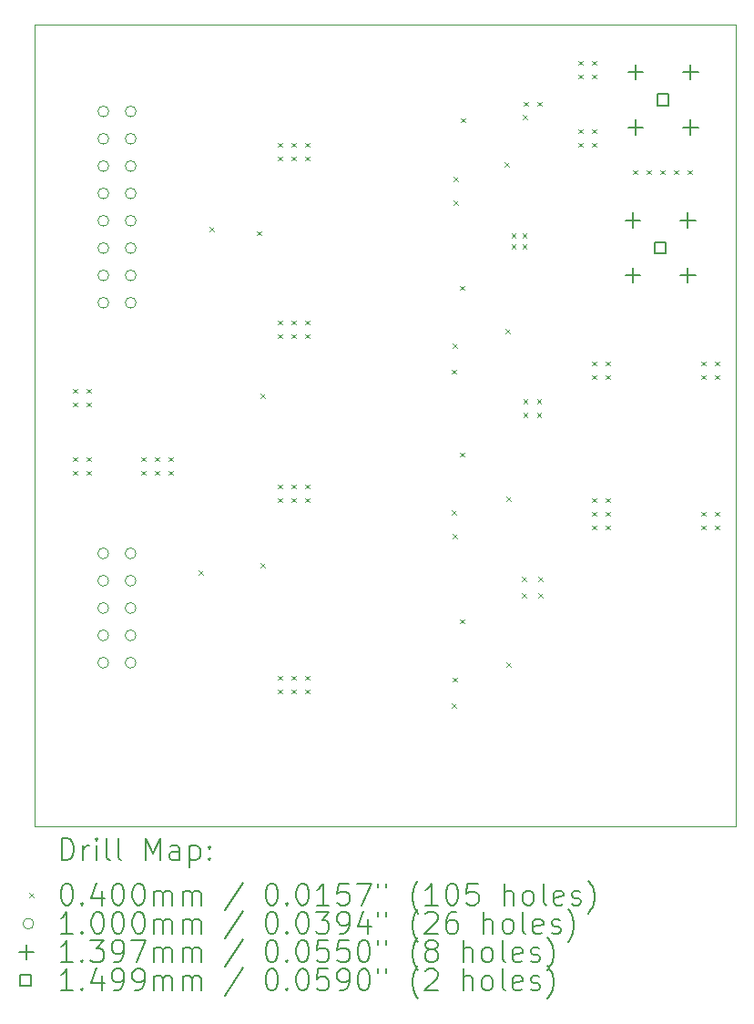
<source format=gbr>
%TF.GenerationSoftware,KiCad,Pcbnew,7.0.8*%
%TF.CreationDate,2024-01-03T10:18:05-08:00*%
%TF.ProjectId,QSE Filter,51534520-4669-46c7-9465-722e6b696361,rev?*%
%TF.SameCoordinates,Original*%
%TF.FileFunction,Drillmap*%
%TF.FilePolarity,Positive*%
%FSLAX45Y45*%
G04 Gerber Fmt 4.5, Leading zero omitted, Abs format (unit mm)*
G04 Created by KiCad (PCBNEW 7.0.8) date 2024-01-03 10:18:05*
%MOMM*%
%LPD*%
G01*
G04 APERTURE LIST*
%ADD10C,0.100000*%
%ADD11C,0.200000*%
%ADD12C,0.040000*%
%ADD13C,0.139700*%
%ADD14C,0.149860*%
G04 APERTURE END LIST*
D10*
X7750000Y-4725000D02*
X14275000Y-4725000D01*
X14275000Y-12170000D01*
X7750000Y-12170000D01*
X7750000Y-4725000D01*
D11*
D12*
X8108000Y-8108000D02*
X8148000Y-8148000D01*
X8148000Y-8108000D02*
X8108000Y-8148000D01*
X8108000Y-8235000D02*
X8148000Y-8275000D01*
X8148000Y-8235000D02*
X8108000Y-8275000D01*
X8108000Y-8743000D02*
X8148000Y-8783000D01*
X8148000Y-8743000D02*
X8108000Y-8783000D01*
X8108000Y-8870000D02*
X8148000Y-8910000D01*
X8148000Y-8870000D02*
X8108000Y-8910000D01*
X8235000Y-8108000D02*
X8275000Y-8148000D01*
X8275000Y-8108000D02*
X8235000Y-8148000D01*
X8235000Y-8235000D02*
X8275000Y-8275000D01*
X8275000Y-8235000D02*
X8235000Y-8275000D01*
X8235000Y-8743000D02*
X8275000Y-8783000D01*
X8275000Y-8743000D02*
X8235000Y-8783000D01*
X8235000Y-8870000D02*
X8275000Y-8910000D01*
X8275000Y-8870000D02*
X8235000Y-8910000D01*
X8743000Y-8743000D02*
X8783000Y-8783000D01*
X8783000Y-8743000D02*
X8743000Y-8783000D01*
X8743000Y-8870000D02*
X8783000Y-8910000D01*
X8783000Y-8870000D02*
X8743000Y-8910000D01*
X8870000Y-8743000D02*
X8910000Y-8783000D01*
X8910000Y-8743000D02*
X8870000Y-8783000D01*
X8870000Y-8870000D02*
X8910000Y-8910000D01*
X8910000Y-8870000D02*
X8870000Y-8910000D01*
X8997000Y-8743000D02*
X9037000Y-8783000D01*
X9037000Y-8743000D02*
X8997000Y-8783000D01*
X8997000Y-8870000D02*
X9037000Y-8910000D01*
X9037000Y-8870000D02*
X8997000Y-8910000D01*
X9280000Y-9797050D02*
X9320000Y-9837050D01*
X9320000Y-9797050D02*
X9280000Y-9837050D01*
X9380000Y-6605000D02*
X9420000Y-6645000D01*
X9420000Y-6605000D02*
X9380000Y-6645000D01*
X9817500Y-6642500D02*
X9857500Y-6682500D01*
X9857500Y-6642500D02*
X9817500Y-6682500D01*
X9855000Y-8155000D02*
X9895000Y-8195000D01*
X9895000Y-8155000D02*
X9855000Y-8195000D01*
X9855000Y-9730000D02*
X9895000Y-9770000D01*
X9895000Y-9730000D02*
X9855000Y-9770000D01*
X10013000Y-5822000D02*
X10053000Y-5862000D01*
X10053000Y-5822000D02*
X10013000Y-5862000D01*
X10013000Y-5949000D02*
X10053000Y-5989000D01*
X10053000Y-5949000D02*
X10013000Y-5989000D01*
X10013000Y-7473000D02*
X10053000Y-7513000D01*
X10053000Y-7473000D02*
X10013000Y-7513000D01*
X10013000Y-7600000D02*
X10053000Y-7640000D01*
X10053000Y-7600000D02*
X10013000Y-7640000D01*
X10013000Y-8997000D02*
X10053000Y-9037000D01*
X10053000Y-8997000D02*
X10013000Y-9037000D01*
X10013000Y-9124000D02*
X10053000Y-9164000D01*
X10053000Y-9124000D02*
X10013000Y-9164000D01*
X10013000Y-10775000D02*
X10053000Y-10815000D01*
X10053000Y-10775000D02*
X10013000Y-10815000D01*
X10013000Y-10902000D02*
X10053000Y-10942000D01*
X10053000Y-10902000D02*
X10013000Y-10942000D01*
X10140000Y-5822000D02*
X10180000Y-5862000D01*
X10180000Y-5822000D02*
X10140000Y-5862000D01*
X10140000Y-5949000D02*
X10180000Y-5989000D01*
X10180000Y-5949000D02*
X10140000Y-5989000D01*
X10140000Y-7473000D02*
X10180000Y-7513000D01*
X10180000Y-7473000D02*
X10140000Y-7513000D01*
X10140000Y-7600000D02*
X10180000Y-7640000D01*
X10180000Y-7600000D02*
X10140000Y-7640000D01*
X10140000Y-8997000D02*
X10180000Y-9037000D01*
X10180000Y-8997000D02*
X10140000Y-9037000D01*
X10140000Y-9124000D02*
X10180000Y-9164000D01*
X10180000Y-9124000D02*
X10140000Y-9164000D01*
X10140000Y-10775000D02*
X10180000Y-10815000D01*
X10180000Y-10775000D02*
X10140000Y-10815000D01*
X10140000Y-10902000D02*
X10180000Y-10942000D01*
X10180000Y-10902000D02*
X10140000Y-10942000D01*
X10267000Y-5822000D02*
X10307000Y-5862000D01*
X10307000Y-5822000D02*
X10267000Y-5862000D01*
X10267000Y-5949000D02*
X10307000Y-5989000D01*
X10307000Y-5949000D02*
X10267000Y-5989000D01*
X10267000Y-7473000D02*
X10307000Y-7513000D01*
X10307000Y-7473000D02*
X10267000Y-7513000D01*
X10267000Y-7600000D02*
X10307000Y-7640000D01*
X10307000Y-7600000D02*
X10267000Y-7640000D01*
X10267000Y-8997000D02*
X10307000Y-9037000D01*
X10307000Y-8997000D02*
X10267000Y-9037000D01*
X10267000Y-9124000D02*
X10307000Y-9164000D01*
X10307000Y-9124000D02*
X10267000Y-9164000D01*
X10267000Y-10775000D02*
X10307000Y-10815000D01*
X10307000Y-10775000D02*
X10267000Y-10815000D01*
X10267000Y-10902000D02*
X10307000Y-10942000D01*
X10307000Y-10902000D02*
X10267000Y-10942000D01*
X11630000Y-7930000D02*
X11670000Y-7970000D01*
X11670000Y-7930000D02*
X11630000Y-7970000D01*
X11630000Y-9240000D02*
X11670000Y-9280000D01*
X11670000Y-9240000D02*
X11630000Y-9280000D01*
X11630000Y-11030000D02*
X11670000Y-11070000D01*
X11670000Y-11030000D02*
X11630000Y-11070000D01*
X11640000Y-7690000D02*
X11680000Y-7730000D01*
X11680000Y-7690000D02*
X11640000Y-7730000D01*
X11640000Y-9460000D02*
X11680000Y-9500000D01*
X11680000Y-9460000D02*
X11640000Y-9500000D01*
X11640000Y-10790000D02*
X11680000Y-10830000D01*
X11680000Y-10790000D02*
X11640000Y-10830000D01*
X11650000Y-6140000D02*
X11690000Y-6180000D01*
X11690000Y-6140000D02*
X11650000Y-6180000D01*
X11650000Y-6360000D02*
X11690000Y-6400000D01*
X11690000Y-6360000D02*
X11650000Y-6400000D01*
X11705000Y-7150000D02*
X11745000Y-7190000D01*
X11745000Y-7150000D02*
X11705000Y-7190000D01*
X11705000Y-8700000D02*
X11745000Y-8740000D01*
X11745000Y-8700000D02*
X11705000Y-8740000D01*
X11705000Y-10250000D02*
X11745000Y-10290000D01*
X11745000Y-10250000D02*
X11705000Y-10290000D01*
X11714750Y-5592000D02*
X11754750Y-5632000D01*
X11754750Y-5592000D02*
X11714750Y-5632000D01*
X12120000Y-6000000D02*
X12160000Y-6040000D01*
X12160000Y-6000000D02*
X12120000Y-6040000D01*
X12130000Y-7550000D02*
X12170000Y-7590000D01*
X12170000Y-7550000D02*
X12130000Y-7590000D01*
X12140000Y-9110000D02*
X12180000Y-9150000D01*
X12180000Y-9110000D02*
X12140000Y-9150000D01*
X12140000Y-10650000D02*
X12180000Y-10690000D01*
X12180000Y-10650000D02*
X12140000Y-10690000D01*
X12187400Y-6665000D02*
X12227400Y-6705000D01*
X12227400Y-6665000D02*
X12187400Y-6705000D01*
X12187400Y-6766600D02*
X12227400Y-6806600D01*
X12227400Y-6766600D02*
X12187400Y-6806600D01*
X12286600Y-9856600D02*
X12326600Y-9896600D01*
X12326600Y-9856600D02*
X12286600Y-9896600D01*
X12286600Y-10009000D02*
X12326600Y-10049000D01*
X12326600Y-10009000D02*
X12286600Y-10049000D01*
X12289000Y-6665000D02*
X12329000Y-6705000D01*
X12329000Y-6665000D02*
X12289000Y-6705000D01*
X12289000Y-6766600D02*
X12329000Y-6806600D01*
X12329000Y-6766600D02*
X12289000Y-6806600D01*
X12295000Y-5560000D02*
X12335000Y-5600000D01*
X12335000Y-5560000D02*
X12295000Y-5600000D01*
X12296000Y-8205000D02*
X12336000Y-8245000D01*
X12336000Y-8205000D02*
X12296000Y-8245000D01*
X12296000Y-8332000D02*
X12336000Y-8372000D01*
X12336000Y-8332000D02*
X12296000Y-8372000D01*
X12299000Y-5441000D02*
X12339000Y-5481000D01*
X12339000Y-5441000D02*
X12299000Y-5481000D01*
X12423000Y-8205000D02*
X12463000Y-8245000D01*
X12463000Y-8205000D02*
X12423000Y-8245000D01*
X12423000Y-8332000D02*
X12463000Y-8372000D01*
X12463000Y-8332000D02*
X12423000Y-8372000D01*
X12426000Y-5441000D02*
X12466000Y-5481000D01*
X12466000Y-5441000D02*
X12426000Y-5481000D01*
X12439000Y-9856600D02*
X12479000Y-9896600D01*
X12479000Y-9856600D02*
X12439000Y-9896600D01*
X12439000Y-10009000D02*
X12479000Y-10049000D01*
X12479000Y-10009000D02*
X12439000Y-10049000D01*
X12807000Y-5060000D02*
X12847000Y-5100000D01*
X12847000Y-5060000D02*
X12807000Y-5100000D01*
X12807000Y-5187000D02*
X12847000Y-5227000D01*
X12847000Y-5187000D02*
X12807000Y-5227000D01*
X12807000Y-5695000D02*
X12847000Y-5735000D01*
X12847000Y-5695000D02*
X12807000Y-5735000D01*
X12807000Y-5822000D02*
X12847000Y-5862000D01*
X12847000Y-5822000D02*
X12807000Y-5862000D01*
X12934000Y-5060000D02*
X12974000Y-5100000D01*
X12974000Y-5060000D02*
X12934000Y-5100000D01*
X12934000Y-5187000D02*
X12974000Y-5227000D01*
X12974000Y-5187000D02*
X12934000Y-5227000D01*
X12934000Y-5695000D02*
X12974000Y-5735000D01*
X12974000Y-5695000D02*
X12934000Y-5735000D01*
X12934000Y-5822000D02*
X12974000Y-5862000D01*
X12974000Y-5822000D02*
X12934000Y-5862000D01*
X12934000Y-7854000D02*
X12974000Y-7894000D01*
X12974000Y-7854000D02*
X12934000Y-7894000D01*
X12934000Y-7981000D02*
X12974000Y-8021000D01*
X12974000Y-7981000D02*
X12934000Y-8021000D01*
X12934000Y-9124000D02*
X12974000Y-9164000D01*
X12974000Y-9124000D02*
X12934000Y-9164000D01*
X12934000Y-9251000D02*
X12974000Y-9291000D01*
X12974000Y-9251000D02*
X12934000Y-9291000D01*
X12934000Y-9378000D02*
X12974000Y-9418000D01*
X12974000Y-9378000D02*
X12934000Y-9418000D01*
X13061000Y-7854000D02*
X13101000Y-7894000D01*
X13101000Y-7854000D02*
X13061000Y-7894000D01*
X13061000Y-7981000D02*
X13101000Y-8021000D01*
X13101000Y-7981000D02*
X13061000Y-8021000D01*
X13061000Y-9124000D02*
X13101000Y-9164000D01*
X13101000Y-9124000D02*
X13061000Y-9164000D01*
X13061000Y-9251000D02*
X13101000Y-9291000D01*
X13101000Y-9251000D02*
X13061000Y-9291000D01*
X13061000Y-9378000D02*
X13101000Y-9418000D01*
X13101000Y-9378000D02*
X13061000Y-9418000D01*
X13315000Y-6076000D02*
X13355000Y-6116000D01*
X13355000Y-6076000D02*
X13315000Y-6116000D01*
X13442000Y-6076000D02*
X13482000Y-6116000D01*
X13482000Y-6076000D02*
X13442000Y-6116000D01*
X13569000Y-6076000D02*
X13609000Y-6116000D01*
X13609000Y-6076000D02*
X13569000Y-6116000D01*
X13696000Y-6076000D02*
X13736000Y-6116000D01*
X13736000Y-6076000D02*
X13696000Y-6116000D01*
X13823000Y-6076000D02*
X13863000Y-6116000D01*
X13863000Y-6076000D02*
X13823000Y-6116000D01*
X13950000Y-7854000D02*
X13990000Y-7894000D01*
X13990000Y-7854000D02*
X13950000Y-7894000D01*
X13950000Y-7981000D02*
X13990000Y-8021000D01*
X13990000Y-7981000D02*
X13950000Y-8021000D01*
X13950000Y-9251000D02*
X13990000Y-9291000D01*
X13990000Y-9251000D02*
X13950000Y-9291000D01*
X13950000Y-9378000D02*
X13990000Y-9418000D01*
X13990000Y-9378000D02*
X13950000Y-9418000D01*
X14077000Y-7854000D02*
X14117000Y-7894000D01*
X14117000Y-7854000D02*
X14077000Y-7894000D01*
X14077000Y-7981000D02*
X14117000Y-8021000D01*
X14117000Y-7981000D02*
X14077000Y-8021000D01*
X14077000Y-9251000D02*
X14117000Y-9291000D01*
X14117000Y-9251000D02*
X14077000Y-9291000D01*
X14077000Y-9378000D02*
X14117000Y-9418000D01*
X14117000Y-9378000D02*
X14077000Y-9418000D01*
D10*
X8441810Y-5530000D02*
G75*
G03*
X8441810Y-5530000I-50000J0D01*
G01*
X8441810Y-5784000D02*
G75*
G03*
X8441810Y-5784000I-50000J0D01*
G01*
X8441810Y-6038000D02*
G75*
G03*
X8441810Y-6038000I-50000J0D01*
G01*
X8441810Y-6292000D02*
G75*
G03*
X8441810Y-6292000I-50000J0D01*
G01*
X8441810Y-6546000D02*
G75*
G03*
X8441810Y-6546000I-50000J0D01*
G01*
X8441810Y-6800000D02*
G75*
G03*
X8441810Y-6800000I-50000J0D01*
G01*
X8441810Y-7054000D02*
G75*
G03*
X8441810Y-7054000I-50000J0D01*
G01*
X8441810Y-7308000D02*
G75*
G03*
X8441810Y-7308000I-50000J0D01*
G01*
X8441810Y-9638000D02*
G75*
G03*
X8441810Y-9638000I-50000J0D01*
G01*
X8441810Y-9892000D02*
G75*
G03*
X8441810Y-9892000I-50000J0D01*
G01*
X8441810Y-10146000D02*
G75*
G03*
X8441810Y-10146000I-50000J0D01*
G01*
X8441810Y-10400000D02*
G75*
G03*
X8441810Y-10400000I-50000J0D01*
G01*
X8441810Y-10654000D02*
G75*
G03*
X8441810Y-10654000I-50000J0D01*
G01*
X8695810Y-5530000D02*
G75*
G03*
X8695810Y-5530000I-50000J0D01*
G01*
X8695810Y-5784000D02*
G75*
G03*
X8695810Y-5784000I-50000J0D01*
G01*
X8695810Y-6038000D02*
G75*
G03*
X8695810Y-6038000I-50000J0D01*
G01*
X8695810Y-6292000D02*
G75*
G03*
X8695810Y-6292000I-50000J0D01*
G01*
X8695810Y-6546000D02*
G75*
G03*
X8695810Y-6546000I-50000J0D01*
G01*
X8695810Y-6800000D02*
G75*
G03*
X8695810Y-6800000I-50000J0D01*
G01*
X8695810Y-7054000D02*
G75*
G03*
X8695810Y-7054000I-50000J0D01*
G01*
X8695810Y-7308000D02*
G75*
G03*
X8695810Y-7308000I-50000J0D01*
G01*
X8695810Y-9638000D02*
G75*
G03*
X8695810Y-9638000I-50000J0D01*
G01*
X8695810Y-9892000D02*
G75*
G03*
X8695810Y-9892000I-50000J0D01*
G01*
X8695810Y-10146000D02*
G75*
G03*
X8695810Y-10146000I-50000J0D01*
G01*
X8695810Y-10400000D02*
G75*
G03*
X8695810Y-10400000I-50000J0D01*
G01*
X8695810Y-10654000D02*
G75*
G03*
X8695810Y-10654000I-50000J0D01*
G01*
D13*
X13315730Y-6470880D02*
X13315730Y-6610580D01*
X13245880Y-6540730D02*
X13385580Y-6540730D01*
X13315730Y-6981420D02*
X13315730Y-7121120D01*
X13245880Y-7051270D02*
X13385580Y-7051270D01*
X13340730Y-5095880D02*
X13340730Y-5235580D01*
X13270880Y-5165730D02*
X13410580Y-5165730D01*
X13340730Y-5606420D02*
X13340730Y-5746120D01*
X13270880Y-5676270D02*
X13410580Y-5676270D01*
X13826270Y-6470880D02*
X13826270Y-6610580D01*
X13756420Y-6540730D02*
X13896120Y-6540730D01*
X13826270Y-6981420D02*
X13826270Y-7121120D01*
X13756420Y-7051270D02*
X13896120Y-7051270D01*
X13851270Y-5095880D02*
X13851270Y-5235580D01*
X13781420Y-5165730D02*
X13921120Y-5165730D01*
X13851270Y-5606420D02*
X13851270Y-5746120D01*
X13781420Y-5676270D02*
X13921120Y-5676270D01*
D14*
X13623984Y-6848984D02*
X13623984Y-6743016D01*
X13518016Y-6743016D01*
X13518016Y-6848984D01*
X13623984Y-6848984D01*
X13648984Y-5473984D02*
X13648984Y-5368016D01*
X13543016Y-5368016D01*
X13543016Y-5473984D01*
X13648984Y-5473984D01*
D11*
X8005777Y-12486484D02*
X8005777Y-12286484D01*
X8005777Y-12286484D02*
X8053396Y-12286484D01*
X8053396Y-12286484D02*
X8081967Y-12296008D01*
X8081967Y-12296008D02*
X8101015Y-12315055D01*
X8101015Y-12315055D02*
X8110539Y-12334103D01*
X8110539Y-12334103D02*
X8120062Y-12372198D01*
X8120062Y-12372198D02*
X8120062Y-12400769D01*
X8120062Y-12400769D02*
X8110539Y-12438865D01*
X8110539Y-12438865D02*
X8101015Y-12457912D01*
X8101015Y-12457912D02*
X8081967Y-12476960D01*
X8081967Y-12476960D02*
X8053396Y-12486484D01*
X8053396Y-12486484D02*
X8005777Y-12486484D01*
X8205777Y-12486484D02*
X8205777Y-12353150D01*
X8205777Y-12391246D02*
X8215301Y-12372198D01*
X8215301Y-12372198D02*
X8224824Y-12362674D01*
X8224824Y-12362674D02*
X8243872Y-12353150D01*
X8243872Y-12353150D02*
X8262920Y-12353150D01*
X8329586Y-12486484D02*
X8329586Y-12353150D01*
X8329586Y-12286484D02*
X8320062Y-12296008D01*
X8320062Y-12296008D02*
X8329586Y-12305531D01*
X8329586Y-12305531D02*
X8339110Y-12296008D01*
X8339110Y-12296008D02*
X8329586Y-12286484D01*
X8329586Y-12286484D02*
X8329586Y-12305531D01*
X8453396Y-12486484D02*
X8434348Y-12476960D01*
X8434348Y-12476960D02*
X8424824Y-12457912D01*
X8424824Y-12457912D02*
X8424824Y-12286484D01*
X8558158Y-12486484D02*
X8539110Y-12476960D01*
X8539110Y-12476960D02*
X8529586Y-12457912D01*
X8529586Y-12457912D02*
X8529586Y-12286484D01*
X8786729Y-12486484D02*
X8786729Y-12286484D01*
X8786729Y-12286484D02*
X8853396Y-12429341D01*
X8853396Y-12429341D02*
X8920063Y-12286484D01*
X8920063Y-12286484D02*
X8920063Y-12486484D01*
X9101015Y-12486484D02*
X9101015Y-12381722D01*
X9101015Y-12381722D02*
X9091491Y-12362674D01*
X9091491Y-12362674D02*
X9072444Y-12353150D01*
X9072444Y-12353150D02*
X9034348Y-12353150D01*
X9034348Y-12353150D02*
X9015301Y-12362674D01*
X9101015Y-12476960D02*
X9081967Y-12486484D01*
X9081967Y-12486484D02*
X9034348Y-12486484D01*
X9034348Y-12486484D02*
X9015301Y-12476960D01*
X9015301Y-12476960D02*
X9005777Y-12457912D01*
X9005777Y-12457912D02*
X9005777Y-12438865D01*
X9005777Y-12438865D02*
X9015301Y-12419817D01*
X9015301Y-12419817D02*
X9034348Y-12410293D01*
X9034348Y-12410293D02*
X9081967Y-12410293D01*
X9081967Y-12410293D02*
X9101015Y-12400769D01*
X9196253Y-12353150D02*
X9196253Y-12553150D01*
X9196253Y-12362674D02*
X9215301Y-12353150D01*
X9215301Y-12353150D02*
X9253396Y-12353150D01*
X9253396Y-12353150D02*
X9272444Y-12362674D01*
X9272444Y-12362674D02*
X9281967Y-12372198D01*
X9281967Y-12372198D02*
X9291491Y-12391246D01*
X9291491Y-12391246D02*
X9291491Y-12448388D01*
X9291491Y-12448388D02*
X9281967Y-12467436D01*
X9281967Y-12467436D02*
X9272444Y-12476960D01*
X9272444Y-12476960D02*
X9253396Y-12486484D01*
X9253396Y-12486484D02*
X9215301Y-12486484D01*
X9215301Y-12486484D02*
X9196253Y-12476960D01*
X9377205Y-12467436D02*
X9386729Y-12476960D01*
X9386729Y-12476960D02*
X9377205Y-12486484D01*
X9377205Y-12486484D02*
X9367682Y-12476960D01*
X9367682Y-12476960D02*
X9377205Y-12467436D01*
X9377205Y-12467436D02*
X9377205Y-12486484D01*
X9377205Y-12362674D02*
X9386729Y-12372198D01*
X9386729Y-12372198D02*
X9377205Y-12381722D01*
X9377205Y-12381722D02*
X9367682Y-12372198D01*
X9367682Y-12372198D02*
X9377205Y-12362674D01*
X9377205Y-12362674D02*
X9377205Y-12381722D01*
D12*
X7705000Y-12795000D02*
X7745000Y-12835000D01*
X7745000Y-12795000D02*
X7705000Y-12835000D01*
D11*
X8043872Y-12706484D02*
X8062920Y-12706484D01*
X8062920Y-12706484D02*
X8081967Y-12716008D01*
X8081967Y-12716008D02*
X8091491Y-12725531D01*
X8091491Y-12725531D02*
X8101015Y-12744579D01*
X8101015Y-12744579D02*
X8110539Y-12782674D01*
X8110539Y-12782674D02*
X8110539Y-12830293D01*
X8110539Y-12830293D02*
X8101015Y-12868388D01*
X8101015Y-12868388D02*
X8091491Y-12887436D01*
X8091491Y-12887436D02*
X8081967Y-12896960D01*
X8081967Y-12896960D02*
X8062920Y-12906484D01*
X8062920Y-12906484D02*
X8043872Y-12906484D01*
X8043872Y-12906484D02*
X8024824Y-12896960D01*
X8024824Y-12896960D02*
X8015301Y-12887436D01*
X8015301Y-12887436D02*
X8005777Y-12868388D01*
X8005777Y-12868388D02*
X7996253Y-12830293D01*
X7996253Y-12830293D02*
X7996253Y-12782674D01*
X7996253Y-12782674D02*
X8005777Y-12744579D01*
X8005777Y-12744579D02*
X8015301Y-12725531D01*
X8015301Y-12725531D02*
X8024824Y-12716008D01*
X8024824Y-12716008D02*
X8043872Y-12706484D01*
X8196253Y-12887436D02*
X8205777Y-12896960D01*
X8205777Y-12896960D02*
X8196253Y-12906484D01*
X8196253Y-12906484D02*
X8186729Y-12896960D01*
X8186729Y-12896960D02*
X8196253Y-12887436D01*
X8196253Y-12887436D02*
X8196253Y-12906484D01*
X8377205Y-12773150D02*
X8377205Y-12906484D01*
X8329586Y-12696960D02*
X8281967Y-12839817D01*
X8281967Y-12839817D02*
X8405777Y-12839817D01*
X8520063Y-12706484D02*
X8539110Y-12706484D01*
X8539110Y-12706484D02*
X8558158Y-12716008D01*
X8558158Y-12716008D02*
X8567682Y-12725531D01*
X8567682Y-12725531D02*
X8577205Y-12744579D01*
X8577205Y-12744579D02*
X8586729Y-12782674D01*
X8586729Y-12782674D02*
X8586729Y-12830293D01*
X8586729Y-12830293D02*
X8577205Y-12868388D01*
X8577205Y-12868388D02*
X8567682Y-12887436D01*
X8567682Y-12887436D02*
X8558158Y-12896960D01*
X8558158Y-12896960D02*
X8539110Y-12906484D01*
X8539110Y-12906484D02*
X8520063Y-12906484D01*
X8520063Y-12906484D02*
X8501015Y-12896960D01*
X8501015Y-12896960D02*
X8491491Y-12887436D01*
X8491491Y-12887436D02*
X8481967Y-12868388D01*
X8481967Y-12868388D02*
X8472444Y-12830293D01*
X8472444Y-12830293D02*
X8472444Y-12782674D01*
X8472444Y-12782674D02*
X8481967Y-12744579D01*
X8481967Y-12744579D02*
X8491491Y-12725531D01*
X8491491Y-12725531D02*
X8501015Y-12716008D01*
X8501015Y-12716008D02*
X8520063Y-12706484D01*
X8710539Y-12706484D02*
X8729586Y-12706484D01*
X8729586Y-12706484D02*
X8748634Y-12716008D01*
X8748634Y-12716008D02*
X8758158Y-12725531D01*
X8758158Y-12725531D02*
X8767682Y-12744579D01*
X8767682Y-12744579D02*
X8777205Y-12782674D01*
X8777205Y-12782674D02*
X8777205Y-12830293D01*
X8777205Y-12830293D02*
X8767682Y-12868388D01*
X8767682Y-12868388D02*
X8758158Y-12887436D01*
X8758158Y-12887436D02*
X8748634Y-12896960D01*
X8748634Y-12896960D02*
X8729586Y-12906484D01*
X8729586Y-12906484D02*
X8710539Y-12906484D01*
X8710539Y-12906484D02*
X8691491Y-12896960D01*
X8691491Y-12896960D02*
X8681967Y-12887436D01*
X8681967Y-12887436D02*
X8672444Y-12868388D01*
X8672444Y-12868388D02*
X8662920Y-12830293D01*
X8662920Y-12830293D02*
X8662920Y-12782674D01*
X8662920Y-12782674D02*
X8672444Y-12744579D01*
X8672444Y-12744579D02*
X8681967Y-12725531D01*
X8681967Y-12725531D02*
X8691491Y-12716008D01*
X8691491Y-12716008D02*
X8710539Y-12706484D01*
X8862920Y-12906484D02*
X8862920Y-12773150D01*
X8862920Y-12792198D02*
X8872444Y-12782674D01*
X8872444Y-12782674D02*
X8891491Y-12773150D01*
X8891491Y-12773150D02*
X8920063Y-12773150D01*
X8920063Y-12773150D02*
X8939110Y-12782674D01*
X8939110Y-12782674D02*
X8948634Y-12801722D01*
X8948634Y-12801722D02*
X8948634Y-12906484D01*
X8948634Y-12801722D02*
X8958158Y-12782674D01*
X8958158Y-12782674D02*
X8977205Y-12773150D01*
X8977205Y-12773150D02*
X9005777Y-12773150D01*
X9005777Y-12773150D02*
X9024825Y-12782674D01*
X9024825Y-12782674D02*
X9034348Y-12801722D01*
X9034348Y-12801722D02*
X9034348Y-12906484D01*
X9129586Y-12906484D02*
X9129586Y-12773150D01*
X9129586Y-12792198D02*
X9139110Y-12782674D01*
X9139110Y-12782674D02*
X9158158Y-12773150D01*
X9158158Y-12773150D02*
X9186729Y-12773150D01*
X9186729Y-12773150D02*
X9205777Y-12782674D01*
X9205777Y-12782674D02*
X9215301Y-12801722D01*
X9215301Y-12801722D02*
X9215301Y-12906484D01*
X9215301Y-12801722D02*
X9224825Y-12782674D01*
X9224825Y-12782674D02*
X9243872Y-12773150D01*
X9243872Y-12773150D02*
X9272444Y-12773150D01*
X9272444Y-12773150D02*
X9291491Y-12782674D01*
X9291491Y-12782674D02*
X9301015Y-12801722D01*
X9301015Y-12801722D02*
X9301015Y-12906484D01*
X9691491Y-12696960D02*
X9520063Y-12954103D01*
X9948634Y-12706484D02*
X9967682Y-12706484D01*
X9967682Y-12706484D02*
X9986729Y-12716008D01*
X9986729Y-12716008D02*
X9996253Y-12725531D01*
X9996253Y-12725531D02*
X10005777Y-12744579D01*
X10005777Y-12744579D02*
X10015301Y-12782674D01*
X10015301Y-12782674D02*
X10015301Y-12830293D01*
X10015301Y-12830293D02*
X10005777Y-12868388D01*
X10005777Y-12868388D02*
X9996253Y-12887436D01*
X9996253Y-12887436D02*
X9986729Y-12896960D01*
X9986729Y-12896960D02*
X9967682Y-12906484D01*
X9967682Y-12906484D02*
X9948634Y-12906484D01*
X9948634Y-12906484D02*
X9929587Y-12896960D01*
X9929587Y-12896960D02*
X9920063Y-12887436D01*
X9920063Y-12887436D02*
X9910539Y-12868388D01*
X9910539Y-12868388D02*
X9901015Y-12830293D01*
X9901015Y-12830293D02*
X9901015Y-12782674D01*
X9901015Y-12782674D02*
X9910539Y-12744579D01*
X9910539Y-12744579D02*
X9920063Y-12725531D01*
X9920063Y-12725531D02*
X9929587Y-12716008D01*
X9929587Y-12716008D02*
X9948634Y-12706484D01*
X10101015Y-12887436D02*
X10110539Y-12896960D01*
X10110539Y-12896960D02*
X10101015Y-12906484D01*
X10101015Y-12906484D02*
X10091491Y-12896960D01*
X10091491Y-12896960D02*
X10101015Y-12887436D01*
X10101015Y-12887436D02*
X10101015Y-12906484D01*
X10234348Y-12706484D02*
X10253396Y-12706484D01*
X10253396Y-12706484D02*
X10272444Y-12716008D01*
X10272444Y-12716008D02*
X10281968Y-12725531D01*
X10281968Y-12725531D02*
X10291491Y-12744579D01*
X10291491Y-12744579D02*
X10301015Y-12782674D01*
X10301015Y-12782674D02*
X10301015Y-12830293D01*
X10301015Y-12830293D02*
X10291491Y-12868388D01*
X10291491Y-12868388D02*
X10281968Y-12887436D01*
X10281968Y-12887436D02*
X10272444Y-12896960D01*
X10272444Y-12896960D02*
X10253396Y-12906484D01*
X10253396Y-12906484D02*
X10234348Y-12906484D01*
X10234348Y-12906484D02*
X10215301Y-12896960D01*
X10215301Y-12896960D02*
X10205777Y-12887436D01*
X10205777Y-12887436D02*
X10196253Y-12868388D01*
X10196253Y-12868388D02*
X10186729Y-12830293D01*
X10186729Y-12830293D02*
X10186729Y-12782674D01*
X10186729Y-12782674D02*
X10196253Y-12744579D01*
X10196253Y-12744579D02*
X10205777Y-12725531D01*
X10205777Y-12725531D02*
X10215301Y-12716008D01*
X10215301Y-12716008D02*
X10234348Y-12706484D01*
X10491491Y-12906484D02*
X10377206Y-12906484D01*
X10434348Y-12906484D02*
X10434348Y-12706484D01*
X10434348Y-12706484D02*
X10415301Y-12735055D01*
X10415301Y-12735055D02*
X10396253Y-12754103D01*
X10396253Y-12754103D02*
X10377206Y-12763627D01*
X10672444Y-12706484D02*
X10577206Y-12706484D01*
X10577206Y-12706484D02*
X10567682Y-12801722D01*
X10567682Y-12801722D02*
X10577206Y-12792198D01*
X10577206Y-12792198D02*
X10596253Y-12782674D01*
X10596253Y-12782674D02*
X10643872Y-12782674D01*
X10643872Y-12782674D02*
X10662920Y-12792198D01*
X10662920Y-12792198D02*
X10672444Y-12801722D01*
X10672444Y-12801722D02*
X10681968Y-12820769D01*
X10681968Y-12820769D02*
X10681968Y-12868388D01*
X10681968Y-12868388D02*
X10672444Y-12887436D01*
X10672444Y-12887436D02*
X10662920Y-12896960D01*
X10662920Y-12896960D02*
X10643872Y-12906484D01*
X10643872Y-12906484D02*
X10596253Y-12906484D01*
X10596253Y-12906484D02*
X10577206Y-12896960D01*
X10577206Y-12896960D02*
X10567682Y-12887436D01*
X10748634Y-12706484D02*
X10881968Y-12706484D01*
X10881968Y-12706484D02*
X10796253Y-12906484D01*
X10948634Y-12706484D02*
X10948634Y-12744579D01*
X11024825Y-12706484D02*
X11024825Y-12744579D01*
X11320063Y-12982674D02*
X11310539Y-12973150D01*
X11310539Y-12973150D02*
X11291491Y-12944579D01*
X11291491Y-12944579D02*
X11281968Y-12925531D01*
X11281968Y-12925531D02*
X11272444Y-12896960D01*
X11272444Y-12896960D02*
X11262920Y-12849341D01*
X11262920Y-12849341D02*
X11262920Y-12811246D01*
X11262920Y-12811246D02*
X11272444Y-12763627D01*
X11272444Y-12763627D02*
X11281968Y-12735055D01*
X11281968Y-12735055D02*
X11291491Y-12716008D01*
X11291491Y-12716008D02*
X11310539Y-12687436D01*
X11310539Y-12687436D02*
X11320063Y-12677912D01*
X11501015Y-12906484D02*
X11386729Y-12906484D01*
X11443872Y-12906484D02*
X11443872Y-12706484D01*
X11443872Y-12706484D02*
X11424825Y-12735055D01*
X11424825Y-12735055D02*
X11405777Y-12754103D01*
X11405777Y-12754103D02*
X11386729Y-12763627D01*
X11624825Y-12706484D02*
X11643872Y-12706484D01*
X11643872Y-12706484D02*
X11662920Y-12716008D01*
X11662920Y-12716008D02*
X11672444Y-12725531D01*
X11672444Y-12725531D02*
X11681968Y-12744579D01*
X11681968Y-12744579D02*
X11691491Y-12782674D01*
X11691491Y-12782674D02*
X11691491Y-12830293D01*
X11691491Y-12830293D02*
X11681968Y-12868388D01*
X11681968Y-12868388D02*
X11672444Y-12887436D01*
X11672444Y-12887436D02*
X11662920Y-12896960D01*
X11662920Y-12896960D02*
X11643872Y-12906484D01*
X11643872Y-12906484D02*
X11624825Y-12906484D01*
X11624825Y-12906484D02*
X11605777Y-12896960D01*
X11605777Y-12896960D02*
X11596253Y-12887436D01*
X11596253Y-12887436D02*
X11586729Y-12868388D01*
X11586729Y-12868388D02*
X11577206Y-12830293D01*
X11577206Y-12830293D02*
X11577206Y-12782674D01*
X11577206Y-12782674D02*
X11586729Y-12744579D01*
X11586729Y-12744579D02*
X11596253Y-12725531D01*
X11596253Y-12725531D02*
X11605777Y-12716008D01*
X11605777Y-12716008D02*
X11624825Y-12706484D01*
X11872444Y-12706484D02*
X11777206Y-12706484D01*
X11777206Y-12706484D02*
X11767682Y-12801722D01*
X11767682Y-12801722D02*
X11777206Y-12792198D01*
X11777206Y-12792198D02*
X11796253Y-12782674D01*
X11796253Y-12782674D02*
X11843872Y-12782674D01*
X11843872Y-12782674D02*
X11862920Y-12792198D01*
X11862920Y-12792198D02*
X11872444Y-12801722D01*
X11872444Y-12801722D02*
X11881968Y-12820769D01*
X11881968Y-12820769D02*
X11881968Y-12868388D01*
X11881968Y-12868388D02*
X11872444Y-12887436D01*
X11872444Y-12887436D02*
X11862920Y-12896960D01*
X11862920Y-12896960D02*
X11843872Y-12906484D01*
X11843872Y-12906484D02*
X11796253Y-12906484D01*
X11796253Y-12906484D02*
X11777206Y-12896960D01*
X11777206Y-12896960D02*
X11767682Y-12887436D01*
X12120063Y-12906484D02*
X12120063Y-12706484D01*
X12205777Y-12906484D02*
X12205777Y-12801722D01*
X12205777Y-12801722D02*
X12196253Y-12782674D01*
X12196253Y-12782674D02*
X12177206Y-12773150D01*
X12177206Y-12773150D02*
X12148634Y-12773150D01*
X12148634Y-12773150D02*
X12129587Y-12782674D01*
X12129587Y-12782674D02*
X12120063Y-12792198D01*
X12329587Y-12906484D02*
X12310539Y-12896960D01*
X12310539Y-12896960D02*
X12301015Y-12887436D01*
X12301015Y-12887436D02*
X12291491Y-12868388D01*
X12291491Y-12868388D02*
X12291491Y-12811246D01*
X12291491Y-12811246D02*
X12301015Y-12792198D01*
X12301015Y-12792198D02*
X12310539Y-12782674D01*
X12310539Y-12782674D02*
X12329587Y-12773150D01*
X12329587Y-12773150D02*
X12358158Y-12773150D01*
X12358158Y-12773150D02*
X12377206Y-12782674D01*
X12377206Y-12782674D02*
X12386730Y-12792198D01*
X12386730Y-12792198D02*
X12396253Y-12811246D01*
X12396253Y-12811246D02*
X12396253Y-12868388D01*
X12396253Y-12868388D02*
X12386730Y-12887436D01*
X12386730Y-12887436D02*
X12377206Y-12896960D01*
X12377206Y-12896960D02*
X12358158Y-12906484D01*
X12358158Y-12906484D02*
X12329587Y-12906484D01*
X12510539Y-12906484D02*
X12491491Y-12896960D01*
X12491491Y-12896960D02*
X12481968Y-12877912D01*
X12481968Y-12877912D02*
X12481968Y-12706484D01*
X12662920Y-12896960D02*
X12643872Y-12906484D01*
X12643872Y-12906484D02*
X12605777Y-12906484D01*
X12605777Y-12906484D02*
X12586730Y-12896960D01*
X12586730Y-12896960D02*
X12577206Y-12877912D01*
X12577206Y-12877912D02*
X12577206Y-12801722D01*
X12577206Y-12801722D02*
X12586730Y-12782674D01*
X12586730Y-12782674D02*
X12605777Y-12773150D01*
X12605777Y-12773150D02*
X12643872Y-12773150D01*
X12643872Y-12773150D02*
X12662920Y-12782674D01*
X12662920Y-12782674D02*
X12672444Y-12801722D01*
X12672444Y-12801722D02*
X12672444Y-12820769D01*
X12672444Y-12820769D02*
X12577206Y-12839817D01*
X12748634Y-12896960D02*
X12767682Y-12906484D01*
X12767682Y-12906484D02*
X12805777Y-12906484D01*
X12805777Y-12906484D02*
X12824825Y-12896960D01*
X12824825Y-12896960D02*
X12834349Y-12877912D01*
X12834349Y-12877912D02*
X12834349Y-12868388D01*
X12834349Y-12868388D02*
X12824825Y-12849341D01*
X12824825Y-12849341D02*
X12805777Y-12839817D01*
X12805777Y-12839817D02*
X12777206Y-12839817D01*
X12777206Y-12839817D02*
X12758158Y-12830293D01*
X12758158Y-12830293D02*
X12748634Y-12811246D01*
X12748634Y-12811246D02*
X12748634Y-12801722D01*
X12748634Y-12801722D02*
X12758158Y-12782674D01*
X12758158Y-12782674D02*
X12777206Y-12773150D01*
X12777206Y-12773150D02*
X12805777Y-12773150D01*
X12805777Y-12773150D02*
X12824825Y-12782674D01*
X12901015Y-12982674D02*
X12910539Y-12973150D01*
X12910539Y-12973150D02*
X12929587Y-12944579D01*
X12929587Y-12944579D02*
X12939111Y-12925531D01*
X12939111Y-12925531D02*
X12948634Y-12896960D01*
X12948634Y-12896960D02*
X12958158Y-12849341D01*
X12958158Y-12849341D02*
X12958158Y-12811246D01*
X12958158Y-12811246D02*
X12948634Y-12763627D01*
X12948634Y-12763627D02*
X12939111Y-12735055D01*
X12939111Y-12735055D02*
X12929587Y-12716008D01*
X12929587Y-12716008D02*
X12910539Y-12687436D01*
X12910539Y-12687436D02*
X12901015Y-12677912D01*
D10*
X7745000Y-13079000D02*
G75*
G03*
X7745000Y-13079000I-50000J0D01*
G01*
D11*
X8110539Y-13170484D02*
X7996253Y-13170484D01*
X8053396Y-13170484D02*
X8053396Y-12970484D01*
X8053396Y-12970484D02*
X8034348Y-12999055D01*
X8034348Y-12999055D02*
X8015301Y-13018103D01*
X8015301Y-13018103D02*
X7996253Y-13027627D01*
X8196253Y-13151436D02*
X8205777Y-13160960D01*
X8205777Y-13160960D02*
X8196253Y-13170484D01*
X8196253Y-13170484D02*
X8186729Y-13160960D01*
X8186729Y-13160960D02*
X8196253Y-13151436D01*
X8196253Y-13151436D02*
X8196253Y-13170484D01*
X8329586Y-12970484D02*
X8348634Y-12970484D01*
X8348634Y-12970484D02*
X8367682Y-12980008D01*
X8367682Y-12980008D02*
X8377205Y-12989531D01*
X8377205Y-12989531D02*
X8386729Y-13008579D01*
X8386729Y-13008579D02*
X8396253Y-13046674D01*
X8396253Y-13046674D02*
X8396253Y-13094293D01*
X8396253Y-13094293D02*
X8386729Y-13132388D01*
X8386729Y-13132388D02*
X8377205Y-13151436D01*
X8377205Y-13151436D02*
X8367682Y-13160960D01*
X8367682Y-13160960D02*
X8348634Y-13170484D01*
X8348634Y-13170484D02*
X8329586Y-13170484D01*
X8329586Y-13170484D02*
X8310539Y-13160960D01*
X8310539Y-13160960D02*
X8301015Y-13151436D01*
X8301015Y-13151436D02*
X8291491Y-13132388D01*
X8291491Y-13132388D02*
X8281967Y-13094293D01*
X8281967Y-13094293D02*
X8281967Y-13046674D01*
X8281967Y-13046674D02*
X8291491Y-13008579D01*
X8291491Y-13008579D02*
X8301015Y-12989531D01*
X8301015Y-12989531D02*
X8310539Y-12980008D01*
X8310539Y-12980008D02*
X8329586Y-12970484D01*
X8520063Y-12970484D02*
X8539110Y-12970484D01*
X8539110Y-12970484D02*
X8558158Y-12980008D01*
X8558158Y-12980008D02*
X8567682Y-12989531D01*
X8567682Y-12989531D02*
X8577205Y-13008579D01*
X8577205Y-13008579D02*
X8586729Y-13046674D01*
X8586729Y-13046674D02*
X8586729Y-13094293D01*
X8586729Y-13094293D02*
X8577205Y-13132388D01*
X8577205Y-13132388D02*
X8567682Y-13151436D01*
X8567682Y-13151436D02*
X8558158Y-13160960D01*
X8558158Y-13160960D02*
X8539110Y-13170484D01*
X8539110Y-13170484D02*
X8520063Y-13170484D01*
X8520063Y-13170484D02*
X8501015Y-13160960D01*
X8501015Y-13160960D02*
X8491491Y-13151436D01*
X8491491Y-13151436D02*
X8481967Y-13132388D01*
X8481967Y-13132388D02*
X8472444Y-13094293D01*
X8472444Y-13094293D02*
X8472444Y-13046674D01*
X8472444Y-13046674D02*
X8481967Y-13008579D01*
X8481967Y-13008579D02*
X8491491Y-12989531D01*
X8491491Y-12989531D02*
X8501015Y-12980008D01*
X8501015Y-12980008D02*
X8520063Y-12970484D01*
X8710539Y-12970484D02*
X8729586Y-12970484D01*
X8729586Y-12970484D02*
X8748634Y-12980008D01*
X8748634Y-12980008D02*
X8758158Y-12989531D01*
X8758158Y-12989531D02*
X8767682Y-13008579D01*
X8767682Y-13008579D02*
X8777205Y-13046674D01*
X8777205Y-13046674D02*
X8777205Y-13094293D01*
X8777205Y-13094293D02*
X8767682Y-13132388D01*
X8767682Y-13132388D02*
X8758158Y-13151436D01*
X8758158Y-13151436D02*
X8748634Y-13160960D01*
X8748634Y-13160960D02*
X8729586Y-13170484D01*
X8729586Y-13170484D02*
X8710539Y-13170484D01*
X8710539Y-13170484D02*
X8691491Y-13160960D01*
X8691491Y-13160960D02*
X8681967Y-13151436D01*
X8681967Y-13151436D02*
X8672444Y-13132388D01*
X8672444Y-13132388D02*
X8662920Y-13094293D01*
X8662920Y-13094293D02*
X8662920Y-13046674D01*
X8662920Y-13046674D02*
X8672444Y-13008579D01*
X8672444Y-13008579D02*
X8681967Y-12989531D01*
X8681967Y-12989531D02*
X8691491Y-12980008D01*
X8691491Y-12980008D02*
X8710539Y-12970484D01*
X8862920Y-13170484D02*
X8862920Y-13037150D01*
X8862920Y-13056198D02*
X8872444Y-13046674D01*
X8872444Y-13046674D02*
X8891491Y-13037150D01*
X8891491Y-13037150D02*
X8920063Y-13037150D01*
X8920063Y-13037150D02*
X8939110Y-13046674D01*
X8939110Y-13046674D02*
X8948634Y-13065722D01*
X8948634Y-13065722D02*
X8948634Y-13170484D01*
X8948634Y-13065722D02*
X8958158Y-13046674D01*
X8958158Y-13046674D02*
X8977205Y-13037150D01*
X8977205Y-13037150D02*
X9005777Y-13037150D01*
X9005777Y-13037150D02*
X9024825Y-13046674D01*
X9024825Y-13046674D02*
X9034348Y-13065722D01*
X9034348Y-13065722D02*
X9034348Y-13170484D01*
X9129586Y-13170484D02*
X9129586Y-13037150D01*
X9129586Y-13056198D02*
X9139110Y-13046674D01*
X9139110Y-13046674D02*
X9158158Y-13037150D01*
X9158158Y-13037150D02*
X9186729Y-13037150D01*
X9186729Y-13037150D02*
X9205777Y-13046674D01*
X9205777Y-13046674D02*
X9215301Y-13065722D01*
X9215301Y-13065722D02*
X9215301Y-13170484D01*
X9215301Y-13065722D02*
X9224825Y-13046674D01*
X9224825Y-13046674D02*
X9243872Y-13037150D01*
X9243872Y-13037150D02*
X9272444Y-13037150D01*
X9272444Y-13037150D02*
X9291491Y-13046674D01*
X9291491Y-13046674D02*
X9301015Y-13065722D01*
X9301015Y-13065722D02*
X9301015Y-13170484D01*
X9691491Y-12960960D02*
X9520063Y-13218103D01*
X9948634Y-12970484D02*
X9967682Y-12970484D01*
X9967682Y-12970484D02*
X9986729Y-12980008D01*
X9986729Y-12980008D02*
X9996253Y-12989531D01*
X9996253Y-12989531D02*
X10005777Y-13008579D01*
X10005777Y-13008579D02*
X10015301Y-13046674D01*
X10015301Y-13046674D02*
X10015301Y-13094293D01*
X10015301Y-13094293D02*
X10005777Y-13132388D01*
X10005777Y-13132388D02*
X9996253Y-13151436D01*
X9996253Y-13151436D02*
X9986729Y-13160960D01*
X9986729Y-13160960D02*
X9967682Y-13170484D01*
X9967682Y-13170484D02*
X9948634Y-13170484D01*
X9948634Y-13170484D02*
X9929587Y-13160960D01*
X9929587Y-13160960D02*
X9920063Y-13151436D01*
X9920063Y-13151436D02*
X9910539Y-13132388D01*
X9910539Y-13132388D02*
X9901015Y-13094293D01*
X9901015Y-13094293D02*
X9901015Y-13046674D01*
X9901015Y-13046674D02*
X9910539Y-13008579D01*
X9910539Y-13008579D02*
X9920063Y-12989531D01*
X9920063Y-12989531D02*
X9929587Y-12980008D01*
X9929587Y-12980008D02*
X9948634Y-12970484D01*
X10101015Y-13151436D02*
X10110539Y-13160960D01*
X10110539Y-13160960D02*
X10101015Y-13170484D01*
X10101015Y-13170484D02*
X10091491Y-13160960D01*
X10091491Y-13160960D02*
X10101015Y-13151436D01*
X10101015Y-13151436D02*
X10101015Y-13170484D01*
X10234348Y-12970484D02*
X10253396Y-12970484D01*
X10253396Y-12970484D02*
X10272444Y-12980008D01*
X10272444Y-12980008D02*
X10281968Y-12989531D01*
X10281968Y-12989531D02*
X10291491Y-13008579D01*
X10291491Y-13008579D02*
X10301015Y-13046674D01*
X10301015Y-13046674D02*
X10301015Y-13094293D01*
X10301015Y-13094293D02*
X10291491Y-13132388D01*
X10291491Y-13132388D02*
X10281968Y-13151436D01*
X10281968Y-13151436D02*
X10272444Y-13160960D01*
X10272444Y-13160960D02*
X10253396Y-13170484D01*
X10253396Y-13170484D02*
X10234348Y-13170484D01*
X10234348Y-13170484D02*
X10215301Y-13160960D01*
X10215301Y-13160960D02*
X10205777Y-13151436D01*
X10205777Y-13151436D02*
X10196253Y-13132388D01*
X10196253Y-13132388D02*
X10186729Y-13094293D01*
X10186729Y-13094293D02*
X10186729Y-13046674D01*
X10186729Y-13046674D02*
X10196253Y-13008579D01*
X10196253Y-13008579D02*
X10205777Y-12989531D01*
X10205777Y-12989531D02*
X10215301Y-12980008D01*
X10215301Y-12980008D02*
X10234348Y-12970484D01*
X10367682Y-12970484D02*
X10491491Y-12970484D01*
X10491491Y-12970484D02*
X10424825Y-13046674D01*
X10424825Y-13046674D02*
X10453396Y-13046674D01*
X10453396Y-13046674D02*
X10472444Y-13056198D01*
X10472444Y-13056198D02*
X10481968Y-13065722D01*
X10481968Y-13065722D02*
X10491491Y-13084769D01*
X10491491Y-13084769D02*
X10491491Y-13132388D01*
X10491491Y-13132388D02*
X10481968Y-13151436D01*
X10481968Y-13151436D02*
X10472444Y-13160960D01*
X10472444Y-13160960D02*
X10453396Y-13170484D01*
X10453396Y-13170484D02*
X10396253Y-13170484D01*
X10396253Y-13170484D02*
X10377206Y-13160960D01*
X10377206Y-13160960D02*
X10367682Y-13151436D01*
X10586729Y-13170484D02*
X10624825Y-13170484D01*
X10624825Y-13170484D02*
X10643872Y-13160960D01*
X10643872Y-13160960D02*
X10653396Y-13151436D01*
X10653396Y-13151436D02*
X10672444Y-13122865D01*
X10672444Y-13122865D02*
X10681968Y-13084769D01*
X10681968Y-13084769D02*
X10681968Y-13008579D01*
X10681968Y-13008579D02*
X10672444Y-12989531D01*
X10672444Y-12989531D02*
X10662920Y-12980008D01*
X10662920Y-12980008D02*
X10643872Y-12970484D01*
X10643872Y-12970484D02*
X10605777Y-12970484D01*
X10605777Y-12970484D02*
X10586729Y-12980008D01*
X10586729Y-12980008D02*
X10577206Y-12989531D01*
X10577206Y-12989531D02*
X10567682Y-13008579D01*
X10567682Y-13008579D02*
X10567682Y-13056198D01*
X10567682Y-13056198D02*
X10577206Y-13075246D01*
X10577206Y-13075246D02*
X10586729Y-13084769D01*
X10586729Y-13084769D02*
X10605777Y-13094293D01*
X10605777Y-13094293D02*
X10643872Y-13094293D01*
X10643872Y-13094293D02*
X10662920Y-13084769D01*
X10662920Y-13084769D02*
X10672444Y-13075246D01*
X10672444Y-13075246D02*
X10681968Y-13056198D01*
X10853396Y-13037150D02*
X10853396Y-13170484D01*
X10805777Y-12960960D02*
X10758158Y-13103817D01*
X10758158Y-13103817D02*
X10881968Y-13103817D01*
X10948634Y-12970484D02*
X10948634Y-13008579D01*
X11024825Y-12970484D02*
X11024825Y-13008579D01*
X11320063Y-13246674D02*
X11310539Y-13237150D01*
X11310539Y-13237150D02*
X11291491Y-13208579D01*
X11291491Y-13208579D02*
X11281968Y-13189531D01*
X11281968Y-13189531D02*
X11272444Y-13160960D01*
X11272444Y-13160960D02*
X11262920Y-13113341D01*
X11262920Y-13113341D02*
X11262920Y-13075246D01*
X11262920Y-13075246D02*
X11272444Y-13027627D01*
X11272444Y-13027627D02*
X11281968Y-12999055D01*
X11281968Y-12999055D02*
X11291491Y-12980008D01*
X11291491Y-12980008D02*
X11310539Y-12951436D01*
X11310539Y-12951436D02*
X11320063Y-12941912D01*
X11386729Y-12989531D02*
X11396253Y-12980008D01*
X11396253Y-12980008D02*
X11415301Y-12970484D01*
X11415301Y-12970484D02*
X11462920Y-12970484D01*
X11462920Y-12970484D02*
X11481968Y-12980008D01*
X11481968Y-12980008D02*
X11491491Y-12989531D01*
X11491491Y-12989531D02*
X11501015Y-13008579D01*
X11501015Y-13008579D02*
X11501015Y-13027627D01*
X11501015Y-13027627D02*
X11491491Y-13056198D01*
X11491491Y-13056198D02*
X11377206Y-13170484D01*
X11377206Y-13170484D02*
X11501015Y-13170484D01*
X11672444Y-12970484D02*
X11634348Y-12970484D01*
X11634348Y-12970484D02*
X11615301Y-12980008D01*
X11615301Y-12980008D02*
X11605777Y-12989531D01*
X11605777Y-12989531D02*
X11586729Y-13018103D01*
X11586729Y-13018103D02*
X11577206Y-13056198D01*
X11577206Y-13056198D02*
X11577206Y-13132388D01*
X11577206Y-13132388D02*
X11586729Y-13151436D01*
X11586729Y-13151436D02*
X11596253Y-13160960D01*
X11596253Y-13160960D02*
X11615301Y-13170484D01*
X11615301Y-13170484D02*
X11653396Y-13170484D01*
X11653396Y-13170484D02*
X11672444Y-13160960D01*
X11672444Y-13160960D02*
X11681968Y-13151436D01*
X11681968Y-13151436D02*
X11691491Y-13132388D01*
X11691491Y-13132388D02*
X11691491Y-13084769D01*
X11691491Y-13084769D02*
X11681968Y-13065722D01*
X11681968Y-13065722D02*
X11672444Y-13056198D01*
X11672444Y-13056198D02*
X11653396Y-13046674D01*
X11653396Y-13046674D02*
X11615301Y-13046674D01*
X11615301Y-13046674D02*
X11596253Y-13056198D01*
X11596253Y-13056198D02*
X11586729Y-13065722D01*
X11586729Y-13065722D02*
X11577206Y-13084769D01*
X11929587Y-13170484D02*
X11929587Y-12970484D01*
X12015301Y-13170484D02*
X12015301Y-13065722D01*
X12015301Y-13065722D02*
X12005777Y-13046674D01*
X12005777Y-13046674D02*
X11986730Y-13037150D01*
X11986730Y-13037150D02*
X11958158Y-13037150D01*
X11958158Y-13037150D02*
X11939110Y-13046674D01*
X11939110Y-13046674D02*
X11929587Y-13056198D01*
X12139110Y-13170484D02*
X12120063Y-13160960D01*
X12120063Y-13160960D02*
X12110539Y-13151436D01*
X12110539Y-13151436D02*
X12101015Y-13132388D01*
X12101015Y-13132388D02*
X12101015Y-13075246D01*
X12101015Y-13075246D02*
X12110539Y-13056198D01*
X12110539Y-13056198D02*
X12120063Y-13046674D01*
X12120063Y-13046674D02*
X12139110Y-13037150D01*
X12139110Y-13037150D02*
X12167682Y-13037150D01*
X12167682Y-13037150D02*
X12186730Y-13046674D01*
X12186730Y-13046674D02*
X12196253Y-13056198D01*
X12196253Y-13056198D02*
X12205777Y-13075246D01*
X12205777Y-13075246D02*
X12205777Y-13132388D01*
X12205777Y-13132388D02*
X12196253Y-13151436D01*
X12196253Y-13151436D02*
X12186730Y-13160960D01*
X12186730Y-13160960D02*
X12167682Y-13170484D01*
X12167682Y-13170484D02*
X12139110Y-13170484D01*
X12320063Y-13170484D02*
X12301015Y-13160960D01*
X12301015Y-13160960D02*
X12291491Y-13141912D01*
X12291491Y-13141912D02*
X12291491Y-12970484D01*
X12472444Y-13160960D02*
X12453396Y-13170484D01*
X12453396Y-13170484D02*
X12415301Y-13170484D01*
X12415301Y-13170484D02*
X12396253Y-13160960D01*
X12396253Y-13160960D02*
X12386730Y-13141912D01*
X12386730Y-13141912D02*
X12386730Y-13065722D01*
X12386730Y-13065722D02*
X12396253Y-13046674D01*
X12396253Y-13046674D02*
X12415301Y-13037150D01*
X12415301Y-13037150D02*
X12453396Y-13037150D01*
X12453396Y-13037150D02*
X12472444Y-13046674D01*
X12472444Y-13046674D02*
X12481968Y-13065722D01*
X12481968Y-13065722D02*
X12481968Y-13084769D01*
X12481968Y-13084769D02*
X12386730Y-13103817D01*
X12558158Y-13160960D02*
X12577206Y-13170484D01*
X12577206Y-13170484D02*
X12615301Y-13170484D01*
X12615301Y-13170484D02*
X12634349Y-13160960D01*
X12634349Y-13160960D02*
X12643872Y-13141912D01*
X12643872Y-13141912D02*
X12643872Y-13132388D01*
X12643872Y-13132388D02*
X12634349Y-13113341D01*
X12634349Y-13113341D02*
X12615301Y-13103817D01*
X12615301Y-13103817D02*
X12586730Y-13103817D01*
X12586730Y-13103817D02*
X12567682Y-13094293D01*
X12567682Y-13094293D02*
X12558158Y-13075246D01*
X12558158Y-13075246D02*
X12558158Y-13065722D01*
X12558158Y-13065722D02*
X12567682Y-13046674D01*
X12567682Y-13046674D02*
X12586730Y-13037150D01*
X12586730Y-13037150D02*
X12615301Y-13037150D01*
X12615301Y-13037150D02*
X12634349Y-13046674D01*
X12710539Y-13246674D02*
X12720063Y-13237150D01*
X12720063Y-13237150D02*
X12739111Y-13208579D01*
X12739111Y-13208579D02*
X12748634Y-13189531D01*
X12748634Y-13189531D02*
X12758158Y-13160960D01*
X12758158Y-13160960D02*
X12767682Y-13113341D01*
X12767682Y-13113341D02*
X12767682Y-13075246D01*
X12767682Y-13075246D02*
X12758158Y-13027627D01*
X12758158Y-13027627D02*
X12748634Y-12999055D01*
X12748634Y-12999055D02*
X12739111Y-12980008D01*
X12739111Y-12980008D02*
X12720063Y-12951436D01*
X12720063Y-12951436D02*
X12710539Y-12941912D01*
D13*
X7675150Y-13273150D02*
X7675150Y-13412850D01*
X7605300Y-13343000D02*
X7745000Y-13343000D01*
D11*
X8110539Y-13434484D02*
X7996253Y-13434484D01*
X8053396Y-13434484D02*
X8053396Y-13234484D01*
X8053396Y-13234484D02*
X8034348Y-13263055D01*
X8034348Y-13263055D02*
X8015301Y-13282103D01*
X8015301Y-13282103D02*
X7996253Y-13291627D01*
X8196253Y-13415436D02*
X8205777Y-13424960D01*
X8205777Y-13424960D02*
X8196253Y-13434484D01*
X8196253Y-13434484D02*
X8186729Y-13424960D01*
X8186729Y-13424960D02*
X8196253Y-13415436D01*
X8196253Y-13415436D02*
X8196253Y-13434484D01*
X8272443Y-13234484D02*
X8396253Y-13234484D01*
X8396253Y-13234484D02*
X8329586Y-13310674D01*
X8329586Y-13310674D02*
X8358158Y-13310674D01*
X8358158Y-13310674D02*
X8377205Y-13320198D01*
X8377205Y-13320198D02*
X8386729Y-13329722D01*
X8386729Y-13329722D02*
X8396253Y-13348769D01*
X8396253Y-13348769D02*
X8396253Y-13396388D01*
X8396253Y-13396388D02*
X8386729Y-13415436D01*
X8386729Y-13415436D02*
X8377205Y-13424960D01*
X8377205Y-13424960D02*
X8358158Y-13434484D01*
X8358158Y-13434484D02*
X8301015Y-13434484D01*
X8301015Y-13434484D02*
X8281967Y-13424960D01*
X8281967Y-13424960D02*
X8272443Y-13415436D01*
X8491491Y-13434484D02*
X8529586Y-13434484D01*
X8529586Y-13434484D02*
X8548634Y-13424960D01*
X8548634Y-13424960D02*
X8558158Y-13415436D01*
X8558158Y-13415436D02*
X8577205Y-13386865D01*
X8577205Y-13386865D02*
X8586729Y-13348769D01*
X8586729Y-13348769D02*
X8586729Y-13272579D01*
X8586729Y-13272579D02*
X8577205Y-13253531D01*
X8577205Y-13253531D02*
X8567682Y-13244008D01*
X8567682Y-13244008D02*
X8548634Y-13234484D01*
X8548634Y-13234484D02*
X8510539Y-13234484D01*
X8510539Y-13234484D02*
X8491491Y-13244008D01*
X8491491Y-13244008D02*
X8481967Y-13253531D01*
X8481967Y-13253531D02*
X8472444Y-13272579D01*
X8472444Y-13272579D02*
X8472444Y-13320198D01*
X8472444Y-13320198D02*
X8481967Y-13339246D01*
X8481967Y-13339246D02*
X8491491Y-13348769D01*
X8491491Y-13348769D02*
X8510539Y-13358293D01*
X8510539Y-13358293D02*
X8548634Y-13358293D01*
X8548634Y-13358293D02*
X8567682Y-13348769D01*
X8567682Y-13348769D02*
X8577205Y-13339246D01*
X8577205Y-13339246D02*
X8586729Y-13320198D01*
X8653396Y-13234484D02*
X8786729Y-13234484D01*
X8786729Y-13234484D02*
X8701015Y-13434484D01*
X8862920Y-13434484D02*
X8862920Y-13301150D01*
X8862920Y-13320198D02*
X8872444Y-13310674D01*
X8872444Y-13310674D02*
X8891491Y-13301150D01*
X8891491Y-13301150D02*
X8920063Y-13301150D01*
X8920063Y-13301150D02*
X8939110Y-13310674D01*
X8939110Y-13310674D02*
X8948634Y-13329722D01*
X8948634Y-13329722D02*
X8948634Y-13434484D01*
X8948634Y-13329722D02*
X8958158Y-13310674D01*
X8958158Y-13310674D02*
X8977205Y-13301150D01*
X8977205Y-13301150D02*
X9005777Y-13301150D01*
X9005777Y-13301150D02*
X9024825Y-13310674D01*
X9024825Y-13310674D02*
X9034348Y-13329722D01*
X9034348Y-13329722D02*
X9034348Y-13434484D01*
X9129586Y-13434484D02*
X9129586Y-13301150D01*
X9129586Y-13320198D02*
X9139110Y-13310674D01*
X9139110Y-13310674D02*
X9158158Y-13301150D01*
X9158158Y-13301150D02*
X9186729Y-13301150D01*
X9186729Y-13301150D02*
X9205777Y-13310674D01*
X9205777Y-13310674D02*
X9215301Y-13329722D01*
X9215301Y-13329722D02*
X9215301Y-13434484D01*
X9215301Y-13329722D02*
X9224825Y-13310674D01*
X9224825Y-13310674D02*
X9243872Y-13301150D01*
X9243872Y-13301150D02*
X9272444Y-13301150D01*
X9272444Y-13301150D02*
X9291491Y-13310674D01*
X9291491Y-13310674D02*
X9301015Y-13329722D01*
X9301015Y-13329722D02*
X9301015Y-13434484D01*
X9691491Y-13224960D02*
X9520063Y-13482103D01*
X9948634Y-13234484D02*
X9967682Y-13234484D01*
X9967682Y-13234484D02*
X9986729Y-13244008D01*
X9986729Y-13244008D02*
X9996253Y-13253531D01*
X9996253Y-13253531D02*
X10005777Y-13272579D01*
X10005777Y-13272579D02*
X10015301Y-13310674D01*
X10015301Y-13310674D02*
X10015301Y-13358293D01*
X10015301Y-13358293D02*
X10005777Y-13396388D01*
X10005777Y-13396388D02*
X9996253Y-13415436D01*
X9996253Y-13415436D02*
X9986729Y-13424960D01*
X9986729Y-13424960D02*
X9967682Y-13434484D01*
X9967682Y-13434484D02*
X9948634Y-13434484D01*
X9948634Y-13434484D02*
X9929587Y-13424960D01*
X9929587Y-13424960D02*
X9920063Y-13415436D01*
X9920063Y-13415436D02*
X9910539Y-13396388D01*
X9910539Y-13396388D02*
X9901015Y-13358293D01*
X9901015Y-13358293D02*
X9901015Y-13310674D01*
X9901015Y-13310674D02*
X9910539Y-13272579D01*
X9910539Y-13272579D02*
X9920063Y-13253531D01*
X9920063Y-13253531D02*
X9929587Y-13244008D01*
X9929587Y-13244008D02*
X9948634Y-13234484D01*
X10101015Y-13415436D02*
X10110539Y-13424960D01*
X10110539Y-13424960D02*
X10101015Y-13434484D01*
X10101015Y-13434484D02*
X10091491Y-13424960D01*
X10091491Y-13424960D02*
X10101015Y-13415436D01*
X10101015Y-13415436D02*
X10101015Y-13434484D01*
X10234348Y-13234484D02*
X10253396Y-13234484D01*
X10253396Y-13234484D02*
X10272444Y-13244008D01*
X10272444Y-13244008D02*
X10281968Y-13253531D01*
X10281968Y-13253531D02*
X10291491Y-13272579D01*
X10291491Y-13272579D02*
X10301015Y-13310674D01*
X10301015Y-13310674D02*
X10301015Y-13358293D01*
X10301015Y-13358293D02*
X10291491Y-13396388D01*
X10291491Y-13396388D02*
X10281968Y-13415436D01*
X10281968Y-13415436D02*
X10272444Y-13424960D01*
X10272444Y-13424960D02*
X10253396Y-13434484D01*
X10253396Y-13434484D02*
X10234348Y-13434484D01*
X10234348Y-13434484D02*
X10215301Y-13424960D01*
X10215301Y-13424960D02*
X10205777Y-13415436D01*
X10205777Y-13415436D02*
X10196253Y-13396388D01*
X10196253Y-13396388D02*
X10186729Y-13358293D01*
X10186729Y-13358293D02*
X10186729Y-13310674D01*
X10186729Y-13310674D02*
X10196253Y-13272579D01*
X10196253Y-13272579D02*
X10205777Y-13253531D01*
X10205777Y-13253531D02*
X10215301Y-13244008D01*
X10215301Y-13244008D02*
X10234348Y-13234484D01*
X10481968Y-13234484D02*
X10386729Y-13234484D01*
X10386729Y-13234484D02*
X10377206Y-13329722D01*
X10377206Y-13329722D02*
X10386729Y-13320198D01*
X10386729Y-13320198D02*
X10405777Y-13310674D01*
X10405777Y-13310674D02*
X10453396Y-13310674D01*
X10453396Y-13310674D02*
X10472444Y-13320198D01*
X10472444Y-13320198D02*
X10481968Y-13329722D01*
X10481968Y-13329722D02*
X10491491Y-13348769D01*
X10491491Y-13348769D02*
X10491491Y-13396388D01*
X10491491Y-13396388D02*
X10481968Y-13415436D01*
X10481968Y-13415436D02*
X10472444Y-13424960D01*
X10472444Y-13424960D02*
X10453396Y-13434484D01*
X10453396Y-13434484D02*
X10405777Y-13434484D01*
X10405777Y-13434484D02*
X10386729Y-13424960D01*
X10386729Y-13424960D02*
X10377206Y-13415436D01*
X10672444Y-13234484D02*
X10577206Y-13234484D01*
X10577206Y-13234484D02*
X10567682Y-13329722D01*
X10567682Y-13329722D02*
X10577206Y-13320198D01*
X10577206Y-13320198D02*
X10596253Y-13310674D01*
X10596253Y-13310674D02*
X10643872Y-13310674D01*
X10643872Y-13310674D02*
X10662920Y-13320198D01*
X10662920Y-13320198D02*
X10672444Y-13329722D01*
X10672444Y-13329722D02*
X10681968Y-13348769D01*
X10681968Y-13348769D02*
X10681968Y-13396388D01*
X10681968Y-13396388D02*
X10672444Y-13415436D01*
X10672444Y-13415436D02*
X10662920Y-13424960D01*
X10662920Y-13424960D02*
X10643872Y-13434484D01*
X10643872Y-13434484D02*
X10596253Y-13434484D01*
X10596253Y-13434484D02*
X10577206Y-13424960D01*
X10577206Y-13424960D02*
X10567682Y-13415436D01*
X10805777Y-13234484D02*
X10824825Y-13234484D01*
X10824825Y-13234484D02*
X10843872Y-13244008D01*
X10843872Y-13244008D02*
X10853396Y-13253531D01*
X10853396Y-13253531D02*
X10862920Y-13272579D01*
X10862920Y-13272579D02*
X10872444Y-13310674D01*
X10872444Y-13310674D02*
X10872444Y-13358293D01*
X10872444Y-13358293D02*
X10862920Y-13396388D01*
X10862920Y-13396388D02*
X10853396Y-13415436D01*
X10853396Y-13415436D02*
X10843872Y-13424960D01*
X10843872Y-13424960D02*
X10824825Y-13434484D01*
X10824825Y-13434484D02*
X10805777Y-13434484D01*
X10805777Y-13434484D02*
X10786729Y-13424960D01*
X10786729Y-13424960D02*
X10777206Y-13415436D01*
X10777206Y-13415436D02*
X10767682Y-13396388D01*
X10767682Y-13396388D02*
X10758158Y-13358293D01*
X10758158Y-13358293D02*
X10758158Y-13310674D01*
X10758158Y-13310674D02*
X10767682Y-13272579D01*
X10767682Y-13272579D02*
X10777206Y-13253531D01*
X10777206Y-13253531D02*
X10786729Y-13244008D01*
X10786729Y-13244008D02*
X10805777Y-13234484D01*
X10948634Y-13234484D02*
X10948634Y-13272579D01*
X11024825Y-13234484D02*
X11024825Y-13272579D01*
X11320063Y-13510674D02*
X11310539Y-13501150D01*
X11310539Y-13501150D02*
X11291491Y-13472579D01*
X11291491Y-13472579D02*
X11281968Y-13453531D01*
X11281968Y-13453531D02*
X11272444Y-13424960D01*
X11272444Y-13424960D02*
X11262920Y-13377341D01*
X11262920Y-13377341D02*
X11262920Y-13339246D01*
X11262920Y-13339246D02*
X11272444Y-13291627D01*
X11272444Y-13291627D02*
X11281968Y-13263055D01*
X11281968Y-13263055D02*
X11291491Y-13244008D01*
X11291491Y-13244008D02*
X11310539Y-13215436D01*
X11310539Y-13215436D02*
X11320063Y-13205912D01*
X11424825Y-13320198D02*
X11405777Y-13310674D01*
X11405777Y-13310674D02*
X11396253Y-13301150D01*
X11396253Y-13301150D02*
X11386729Y-13282103D01*
X11386729Y-13282103D02*
X11386729Y-13272579D01*
X11386729Y-13272579D02*
X11396253Y-13253531D01*
X11396253Y-13253531D02*
X11405777Y-13244008D01*
X11405777Y-13244008D02*
X11424825Y-13234484D01*
X11424825Y-13234484D02*
X11462920Y-13234484D01*
X11462920Y-13234484D02*
X11481968Y-13244008D01*
X11481968Y-13244008D02*
X11491491Y-13253531D01*
X11491491Y-13253531D02*
X11501015Y-13272579D01*
X11501015Y-13272579D02*
X11501015Y-13282103D01*
X11501015Y-13282103D02*
X11491491Y-13301150D01*
X11491491Y-13301150D02*
X11481968Y-13310674D01*
X11481968Y-13310674D02*
X11462920Y-13320198D01*
X11462920Y-13320198D02*
X11424825Y-13320198D01*
X11424825Y-13320198D02*
X11405777Y-13329722D01*
X11405777Y-13329722D02*
X11396253Y-13339246D01*
X11396253Y-13339246D02*
X11386729Y-13358293D01*
X11386729Y-13358293D02*
X11386729Y-13396388D01*
X11386729Y-13396388D02*
X11396253Y-13415436D01*
X11396253Y-13415436D02*
X11405777Y-13424960D01*
X11405777Y-13424960D02*
X11424825Y-13434484D01*
X11424825Y-13434484D02*
X11462920Y-13434484D01*
X11462920Y-13434484D02*
X11481968Y-13424960D01*
X11481968Y-13424960D02*
X11491491Y-13415436D01*
X11491491Y-13415436D02*
X11501015Y-13396388D01*
X11501015Y-13396388D02*
X11501015Y-13358293D01*
X11501015Y-13358293D02*
X11491491Y-13339246D01*
X11491491Y-13339246D02*
X11481968Y-13329722D01*
X11481968Y-13329722D02*
X11462920Y-13320198D01*
X11739110Y-13434484D02*
X11739110Y-13234484D01*
X11824825Y-13434484D02*
X11824825Y-13329722D01*
X11824825Y-13329722D02*
X11815301Y-13310674D01*
X11815301Y-13310674D02*
X11796253Y-13301150D01*
X11796253Y-13301150D02*
X11767682Y-13301150D01*
X11767682Y-13301150D02*
X11748634Y-13310674D01*
X11748634Y-13310674D02*
X11739110Y-13320198D01*
X11948634Y-13434484D02*
X11929587Y-13424960D01*
X11929587Y-13424960D02*
X11920063Y-13415436D01*
X11920063Y-13415436D02*
X11910539Y-13396388D01*
X11910539Y-13396388D02*
X11910539Y-13339246D01*
X11910539Y-13339246D02*
X11920063Y-13320198D01*
X11920063Y-13320198D02*
X11929587Y-13310674D01*
X11929587Y-13310674D02*
X11948634Y-13301150D01*
X11948634Y-13301150D02*
X11977206Y-13301150D01*
X11977206Y-13301150D02*
X11996253Y-13310674D01*
X11996253Y-13310674D02*
X12005777Y-13320198D01*
X12005777Y-13320198D02*
X12015301Y-13339246D01*
X12015301Y-13339246D02*
X12015301Y-13396388D01*
X12015301Y-13396388D02*
X12005777Y-13415436D01*
X12005777Y-13415436D02*
X11996253Y-13424960D01*
X11996253Y-13424960D02*
X11977206Y-13434484D01*
X11977206Y-13434484D02*
X11948634Y-13434484D01*
X12129587Y-13434484D02*
X12110539Y-13424960D01*
X12110539Y-13424960D02*
X12101015Y-13405912D01*
X12101015Y-13405912D02*
X12101015Y-13234484D01*
X12281968Y-13424960D02*
X12262920Y-13434484D01*
X12262920Y-13434484D02*
X12224825Y-13434484D01*
X12224825Y-13434484D02*
X12205777Y-13424960D01*
X12205777Y-13424960D02*
X12196253Y-13405912D01*
X12196253Y-13405912D02*
X12196253Y-13329722D01*
X12196253Y-13329722D02*
X12205777Y-13310674D01*
X12205777Y-13310674D02*
X12224825Y-13301150D01*
X12224825Y-13301150D02*
X12262920Y-13301150D01*
X12262920Y-13301150D02*
X12281968Y-13310674D01*
X12281968Y-13310674D02*
X12291491Y-13329722D01*
X12291491Y-13329722D02*
X12291491Y-13348769D01*
X12291491Y-13348769D02*
X12196253Y-13367817D01*
X12367682Y-13424960D02*
X12386730Y-13434484D01*
X12386730Y-13434484D02*
X12424825Y-13434484D01*
X12424825Y-13434484D02*
X12443872Y-13424960D01*
X12443872Y-13424960D02*
X12453396Y-13405912D01*
X12453396Y-13405912D02*
X12453396Y-13396388D01*
X12453396Y-13396388D02*
X12443872Y-13377341D01*
X12443872Y-13377341D02*
X12424825Y-13367817D01*
X12424825Y-13367817D02*
X12396253Y-13367817D01*
X12396253Y-13367817D02*
X12377206Y-13358293D01*
X12377206Y-13358293D02*
X12367682Y-13339246D01*
X12367682Y-13339246D02*
X12367682Y-13329722D01*
X12367682Y-13329722D02*
X12377206Y-13310674D01*
X12377206Y-13310674D02*
X12396253Y-13301150D01*
X12396253Y-13301150D02*
X12424825Y-13301150D01*
X12424825Y-13301150D02*
X12443872Y-13310674D01*
X12520063Y-13510674D02*
X12529587Y-13501150D01*
X12529587Y-13501150D02*
X12548634Y-13472579D01*
X12548634Y-13472579D02*
X12558158Y-13453531D01*
X12558158Y-13453531D02*
X12567682Y-13424960D01*
X12567682Y-13424960D02*
X12577206Y-13377341D01*
X12577206Y-13377341D02*
X12577206Y-13339246D01*
X12577206Y-13339246D02*
X12567682Y-13291627D01*
X12567682Y-13291627D02*
X12558158Y-13263055D01*
X12558158Y-13263055D02*
X12548634Y-13244008D01*
X12548634Y-13244008D02*
X12529587Y-13215436D01*
X12529587Y-13215436D02*
X12520063Y-13205912D01*
D14*
X7723054Y-13659984D02*
X7723054Y-13554016D01*
X7617086Y-13554016D01*
X7617086Y-13659984D01*
X7723054Y-13659984D01*
D11*
X8110539Y-13698484D02*
X7996253Y-13698484D01*
X8053396Y-13698484D02*
X8053396Y-13498484D01*
X8053396Y-13498484D02*
X8034348Y-13527055D01*
X8034348Y-13527055D02*
X8015301Y-13546103D01*
X8015301Y-13546103D02*
X7996253Y-13555627D01*
X8196253Y-13679436D02*
X8205777Y-13688960D01*
X8205777Y-13688960D02*
X8196253Y-13698484D01*
X8196253Y-13698484D02*
X8186729Y-13688960D01*
X8186729Y-13688960D02*
X8196253Y-13679436D01*
X8196253Y-13679436D02*
X8196253Y-13698484D01*
X8377205Y-13565150D02*
X8377205Y-13698484D01*
X8329586Y-13488960D02*
X8281967Y-13631817D01*
X8281967Y-13631817D02*
X8405777Y-13631817D01*
X8491491Y-13698484D02*
X8529586Y-13698484D01*
X8529586Y-13698484D02*
X8548634Y-13688960D01*
X8548634Y-13688960D02*
X8558158Y-13679436D01*
X8558158Y-13679436D02*
X8577205Y-13650865D01*
X8577205Y-13650865D02*
X8586729Y-13612769D01*
X8586729Y-13612769D02*
X8586729Y-13536579D01*
X8586729Y-13536579D02*
X8577205Y-13517531D01*
X8577205Y-13517531D02*
X8567682Y-13508008D01*
X8567682Y-13508008D02*
X8548634Y-13498484D01*
X8548634Y-13498484D02*
X8510539Y-13498484D01*
X8510539Y-13498484D02*
X8491491Y-13508008D01*
X8491491Y-13508008D02*
X8481967Y-13517531D01*
X8481967Y-13517531D02*
X8472444Y-13536579D01*
X8472444Y-13536579D02*
X8472444Y-13584198D01*
X8472444Y-13584198D02*
X8481967Y-13603246D01*
X8481967Y-13603246D02*
X8491491Y-13612769D01*
X8491491Y-13612769D02*
X8510539Y-13622293D01*
X8510539Y-13622293D02*
X8548634Y-13622293D01*
X8548634Y-13622293D02*
X8567682Y-13612769D01*
X8567682Y-13612769D02*
X8577205Y-13603246D01*
X8577205Y-13603246D02*
X8586729Y-13584198D01*
X8681967Y-13698484D02*
X8720063Y-13698484D01*
X8720063Y-13698484D02*
X8739110Y-13688960D01*
X8739110Y-13688960D02*
X8748634Y-13679436D01*
X8748634Y-13679436D02*
X8767682Y-13650865D01*
X8767682Y-13650865D02*
X8777205Y-13612769D01*
X8777205Y-13612769D02*
X8777205Y-13536579D01*
X8777205Y-13536579D02*
X8767682Y-13517531D01*
X8767682Y-13517531D02*
X8758158Y-13508008D01*
X8758158Y-13508008D02*
X8739110Y-13498484D01*
X8739110Y-13498484D02*
X8701015Y-13498484D01*
X8701015Y-13498484D02*
X8681967Y-13508008D01*
X8681967Y-13508008D02*
X8672444Y-13517531D01*
X8672444Y-13517531D02*
X8662920Y-13536579D01*
X8662920Y-13536579D02*
X8662920Y-13584198D01*
X8662920Y-13584198D02*
X8672444Y-13603246D01*
X8672444Y-13603246D02*
X8681967Y-13612769D01*
X8681967Y-13612769D02*
X8701015Y-13622293D01*
X8701015Y-13622293D02*
X8739110Y-13622293D01*
X8739110Y-13622293D02*
X8758158Y-13612769D01*
X8758158Y-13612769D02*
X8767682Y-13603246D01*
X8767682Y-13603246D02*
X8777205Y-13584198D01*
X8862920Y-13698484D02*
X8862920Y-13565150D01*
X8862920Y-13584198D02*
X8872444Y-13574674D01*
X8872444Y-13574674D02*
X8891491Y-13565150D01*
X8891491Y-13565150D02*
X8920063Y-13565150D01*
X8920063Y-13565150D02*
X8939110Y-13574674D01*
X8939110Y-13574674D02*
X8948634Y-13593722D01*
X8948634Y-13593722D02*
X8948634Y-13698484D01*
X8948634Y-13593722D02*
X8958158Y-13574674D01*
X8958158Y-13574674D02*
X8977205Y-13565150D01*
X8977205Y-13565150D02*
X9005777Y-13565150D01*
X9005777Y-13565150D02*
X9024825Y-13574674D01*
X9024825Y-13574674D02*
X9034348Y-13593722D01*
X9034348Y-13593722D02*
X9034348Y-13698484D01*
X9129586Y-13698484D02*
X9129586Y-13565150D01*
X9129586Y-13584198D02*
X9139110Y-13574674D01*
X9139110Y-13574674D02*
X9158158Y-13565150D01*
X9158158Y-13565150D02*
X9186729Y-13565150D01*
X9186729Y-13565150D02*
X9205777Y-13574674D01*
X9205777Y-13574674D02*
X9215301Y-13593722D01*
X9215301Y-13593722D02*
X9215301Y-13698484D01*
X9215301Y-13593722D02*
X9224825Y-13574674D01*
X9224825Y-13574674D02*
X9243872Y-13565150D01*
X9243872Y-13565150D02*
X9272444Y-13565150D01*
X9272444Y-13565150D02*
X9291491Y-13574674D01*
X9291491Y-13574674D02*
X9301015Y-13593722D01*
X9301015Y-13593722D02*
X9301015Y-13698484D01*
X9691491Y-13488960D02*
X9520063Y-13746103D01*
X9948634Y-13498484D02*
X9967682Y-13498484D01*
X9967682Y-13498484D02*
X9986729Y-13508008D01*
X9986729Y-13508008D02*
X9996253Y-13517531D01*
X9996253Y-13517531D02*
X10005777Y-13536579D01*
X10005777Y-13536579D02*
X10015301Y-13574674D01*
X10015301Y-13574674D02*
X10015301Y-13622293D01*
X10015301Y-13622293D02*
X10005777Y-13660388D01*
X10005777Y-13660388D02*
X9996253Y-13679436D01*
X9996253Y-13679436D02*
X9986729Y-13688960D01*
X9986729Y-13688960D02*
X9967682Y-13698484D01*
X9967682Y-13698484D02*
X9948634Y-13698484D01*
X9948634Y-13698484D02*
X9929587Y-13688960D01*
X9929587Y-13688960D02*
X9920063Y-13679436D01*
X9920063Y-13679436D02*
X9910539Y-13660388D01*
X9910539Y-13660388D02*
X9901015Y-13622293D01*
X9901015Y-13622293D02*
X9901015Y-13574674D01*
X9901015Y-13574674D02*
X9910539Y-13536579D01*
X9910539Y-13536579D02*
X9920063Y-13517531D01*
X9920063Y-13517531D02*
X9929587Y-13508008D01*
X9929587Y-13508008D02*
X9948634Y-13498484D01*
X10101015Y-13679436D02*
X10110539Y-13688960D01*
X10110539Y-13688960D02*
X10101015Y-13698484D01*
X10101015Y-13698484D02*
X10091491Y-13688960D01*
X10091491Y-13688960D02*
X10101015Y-13679436D01*
X10101015Y-13679436D02*
X10101015Y-13698484D01*
X10234348Y-13498484D02*
X10253396Y-13498484D01*
X10253396Y-13498484D02*
X10272444Y-13508008D01*
X10272444Y-13508008D02*
X10281968Y-13517531D01*
X10281968Y-13517531D02*
X10291491Y-13536579D01*
X10291491Y-13536579D02*
X10301015Y-13574674D01*
X10301015Y-13574674D02*
X10301015Y-13622293D01*
X10301015Y-13622293D02*
X10291491Y-13660388D01*
X10291491Y-13660388D02*
X10281968Y-13679436D01*
X10281968Y-13679436D02*
X10272444Y-13688960D01*
X10272444Y-13688960D02*
X10253396Y-13698484D01*
X10253396Y-13698484D02*
X10234348Y-13698484D01*
X10234348Y-13698484D02*
X10215301Y-13688960D01*
X10215301Y-13688960D02*
X10205777Y-13679436D01*
X10205777Y-13679436D02*
X10196253Y-13660388D01*
X10196253Y-13660388D02*
X10186729Y-13622293D01*
X10186729Y-13622293D02*
X10186729Y-13574674D01*
X10186729Y-13574674D02*
X10196253Y-13536579D01*
X10196253Y-13536579D02*
X10205777Y-13517531D01*
X10205777Y-13517531D02*
X10215301Y-13508008D01*
X10215301Y-13508008D02*
X10234348Y-13498484D01*
X10481968Y-13498484D02*
X10386729Y-13498484D01*
X10386729Y-13498484D02*
X10377206Y-13593722D01*
X10377206Y-13593722D02*
X10386729Y-13584198D01*
X10386729Y-13584198D02*
X10405777Y-13574674D01*
X10405777Y-13574674D02*
X10453396Y-13574674D01*
X10453396Y-13574674D02*
X10472444Y-13584198D01*
X10472444Y-13584198D02*
X10481968Y-13593722D01*
X10481968Y-13593722D02*
X10491491Y-13612769D01*
X10491491Y-13612769D02*
X10491491Y-13660388D01*
X10491491Y-13660388D02*
X10481968Y-13679436D01*
X10481968Y-13679436D02*
X10472444Y-13688960D01*
X10472444Y-13688960D02*
X10453396Y-13698484D01*
X10453396Y-13698484D02*
X10405777Y-13698484D01*
X10405777Y-13698484D02*
X10386729Y-13688960D01*
X10386729Y-13688960D02*
X10377206Y-13679436D01*
X10586729Y-13698484D02*
X10624825Y-13698484D01*
X10624825Y-13698484D02*
X10643872Y-13688960D01*
X10643872Y-13688960D02*
X10653396Y-13679436D01*
X10653396Y-13679436D02*
X10672444Y-13650865D01*
X10672444Y-13650865D02*
X10681968Y-13612769D01*
X10681968Y-13612769D02*
X10681968Y-13536579D01*
X10681968Y-13536579D02*
X10672444Y-13517531D01*
X10672444Y-13517531D02*
X10662920Y-13508008D01*
X10662920Y-13508008D02*
X10643872Y-13498484D01*
X10643872Y-13498484D02*
X10605777Y-13498484D01*
X10605777Y-13498484D02*
X10586729Y-13508008D01*
X10586729Y-13508008D02*
X10577206Y-13517531D01*
X10577206Y-13517531D02*
X10567682Y-13536579D01*
X10567682Y-13536579D02*
X10567682Y-13584198D01*
X10567682Y-13584198D02*
X10577206Y-13603246D01*
X10577206Y-13603246D02*
X10586729Y-13612769D01*
X10586729Y-13612769D02*
X10605777Y-13622293D01*
X10605777Y-13622293D02*
X10643872Y-13622293D01*
X10643872Y-13622293D02*
X10662920Y-13612769D01*
X10662920Y-13612769D02*
X10672444Y-13603246D01*
X10672444Y-13603246D02*
X10681968Y-13584198D01*
X10805777Y-13498484D02*
X10824825Y-13498484D01*
X10824825Y-13498484D02*
X10843872Y-13508008D01*
X10843872Y-13508008D02*
X10853396Y-13517531D01*
X10853396Y-13517531D02*
X10862920Y-13536579D01*
X10862920Y-13536579D02*
X10872444Y-13574674D01*
X10872444Y-13574674D02*
X10872444Y-13622293D01*
X10872444Y-13622293D02*
X10862920Y-13660388D01*
X10862920Y-13660388D02*
X10853396Y-13679436D01*
X10853396Y-13679436D02*
X10843872Y-13688960D01*
X10843872Y-13688960D02*
X10824825Y-13698484D01*
X10824825Y-13698484D02*
X10805777Y-13698484D01*
X10805777Y-13698484D02*
X10786729Y-13688960D01*
X10786729Y-13688960D02*
X10777206Y-13679436D01*
X10777206Y-13679436D02*
X10767682Y-13660388D01*
X10767682Y-13660388D02*
X10758158Y-13622293D01*
X10758158Y-13622293D02*
X10758158Y-13574674D01*
X10758158Y-13574674D02*
X10767682Y-13536579D01*
X10767682Y-13536579D02*
X10777206Y-13517531D01*
X10777206Y-13517531D02*
X10786729Y-13508008D01*
X10786729Y-13508008D02*
X10805777Y-13498484D01*
X10948634Y-13498484D02*
X10948634Y-13536579D01*
X11024825Y-13498484D02*
X11024825Y-13536579D01*
X11320063Y-13774674D02*
X11310539Y-13765150D01*
X11310539Y-13765150D02*
X11291491Y-13736579D01*
X11291491Y-13736579D02*
X11281968Y-13717531D01*
X11281968Y-13717531D02*
X11272444Y-13688960D01*
X11272444Y-13688960D02*
X11262920Y-13641341D01*
X11262920Y-13641341D02*
X11262920Y-13603246D01*
X11262920Y-13603246D02*
X11272444Y-13555627D01*
X11272444Y-13555627D02*
X11281968Y-13527055D01*
X11281968Y-13527055D02*
X11291491Y-13508008D01*
X11291491Y-13508008D02*
X11310539Y-13479436D01*
X11310539Y-13479436D02*
X11320063Y-13469912D01*
X11386729Y-13517531D02*
X11396253Y-13508008D01*
X11396253Y-13508008D02*
X11415301Y-13498484D01*
X11415301Y-13498484D02*
X11462920Y-13498484D01*
X11462920Y-13498484D02*
X11481968Y-13508008D01*
X11481968Y-13508008D02*
X11491491Y-13517531D01*
X11491491Y-13517531D02*
X11501015Y-13536579D01*
X11501015Y-13536579D02*
X11501015Y-13555627D01*
X11501015Y-13555627D02*
X11491491Y-13584198D01*
X11491491Y-13584198D02*
X11377206Y-13698484D01*
X11377206Y-13698484D02*
X11501015Y-13698484D01*
X11739110Y-13698484D02*
X11739110Y-13498484D01*
X11824825Y-13698484D02*
X11824825Y-13593722D01*
X11824825Y-13593722D02*
X11815301Y-13574674D01*
X11815301Y-13574674D02*
X11796253Y-13565150D01*
X11796253Y-13565150D02*
X11767682Y-13565150D01*
X11767682Y-13565150D02*
X11748634Y-13574674D01*
X11748634Y-13574674D02*
X11739110Y-13584198D01*
X11948634Y-13698484D02*
X11929587Y-13688960D01*
X11929587Y-13688960D02*
X11920063Y-13679436D01*
X11920063Y-13679436D02*
X11910539Y-13660388D01*
X11910539Y-13660388D02*
X11910539Y-13603246D01*
X11910539Y-13603246D02*
X11920063Y-13584198D01*
X11920063Y-13584198D02*
X11929587Y-13574674D01*
X11929587Y-13574674D02*
X11948634Y-13565150D01*
X11948634Y-13565150D02*
X11977206Y-13565150D01*
X11977206Y-13565150D02*
X11996253Y-13574674D01*
X11996253Y-13574674D02*
X12005777Y-13584198D01*
X12005777Y-13584198D02*
X12015301Y-13603246D01*
X12015301Y-13603246D02*
X12015301Y-13660388D01*
X12015301Y-13660388D02*
X12005777Y-13679436D01*
X12005777Y-13679436D02*
X11996253Y-13688960D01*
X11996253Y-13688960D02*
X11977206Y-13698484D01*
X11977206Y-13698484D02*
X11948634Y-13698484D01*
X12129587Y-13698484D02*
X12110539Y-13688960D01*
X12110539Y-13688960D02*
X12101015Y-13669912D01*
X12101015Y-13669912D02*
X12101015Y-13498484D01*
X12281968Y-13688960D02*
X12262920Y-13698484D01*
X12262920Y-13698484D02*
X12224825Y-13698484D01*
X12224825Y-13698484D02*
X12205777Y-13688960D01*
X12205777Y-13688960D02*
X12196253Y-13669912D01*
X12196253Y-13669912D02*
X12196253Y-13593722D01*
X12196253Y-13593722D02*
X12205777Y-13574674D01*
X12205777Y-13574674D02*
X12224825Y-13565150D01*
X12224825Y-13565150D02*
X12262920Y-13565150D01*
X12262920Y-13565150D02*
X12281968Y-13574674D01*
X12281968Y-13574674D02*
X12291491Y-13593722D01*
X12291491Y-13593722D02*
X12291491Y-13612769D01*
X12291491Y-13612769D02*
X12196253Y-13631817D01*
X12367682Y-13688960D02*
X12386730Y-13698484D01*
X12386730Y-13698484D02*
X12424825Y-13698484D01*
X12424825Y-13698484D02*
X12443872Y-13688960D01*
X12443872Y-13688960D02*
X12453396Y-13669912D01*
X12453396Y-13669912D02*
X12453396Y-13660388D01*
X12453396Y-13660388D02*
X12443872Y-13641341D01*
X12443872Y-13641341D02*
X12424825Y-13631817D01*
X12424825Y-13631817D02*
X12396253Y-13631817D01*
X12396253Y-13631817D02*
X12377206Y-13622293D01*
X12377206Y-13622293D02*
X12367682Y-13603246D01*
X12367682Y-13603246D02*
X12367682Y-13593722D01*
X12367682Y-13593722D02*
X12377206Y-13574674D01*
X12377206Y-13574674D02*
X12396253Y-13565150D01*
X12396253Y-13565150D02*
X12424825Y-13565150D01*
X12424825Y-13565150D02*
X12443872Y-13574674D01*
X12520063Y-13774674D02*
X12529587Y-13765150D01*
X12529587Y-13765150D02*
X12548634Y-13736579D01*
X12548634Y-13736579D02*
X12558158Y-13717531D01*
X12558158Y-13717531D02*
X12567682Y-13688960D01*
X12567682Y-13688960D02*
X12577206Y-13641341D01*
X12577206Y-13641341D02*
X12577206Y-13603246D01*
X12577206Y-13603246D02*
X12567682Y-13555627D01*
X12567682Y-13555627D02*
X12558158Y-13527055D01*
X12558158Y-13527055D02*
X12548634Y-13508008D01*
X12548634Y-13508008D02*
X12529587Y-13479436D01*
X12529587Y-13479436D02*
X12520063Y-13469912D01*
M02*

</source>
